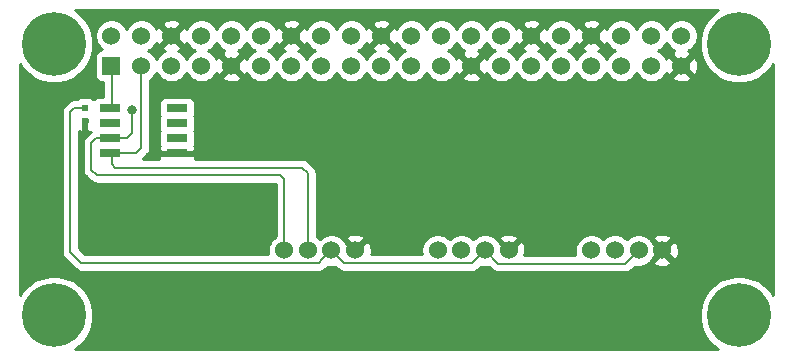
<source format=gbl>
G04 #@! TF.GenerationSoftware,KiCad,Pcbnew,(5.1.2-1)-1*
G04 #@! TF.CreationDate,2019-06-23T18:06:27+09:00*
G04 #@! TF.ProjectId,NervesAddonBoard,4e657276-6573-4416-9464-6f6e426f6172,rev?*
G04 #@! TF.SameCoordinates,Original*
G04 #@! TF.FileFunction,Copper,L2,Bot*
G04 #@! TF.FilePolarity,Positive*
%FSLAX46Y46*%
G04 Gerber Fmt 4.6, Leading zero omitted, Abs format (unit mm)*
G04 Created by KiCad (PCBNEW (5.1.2-1)-1) date 2019-06-23 18:06:27*
%MOMM*%
%LPD*%
G04 APERTURE LIST*
%ADD10R,1.800000X0.650000*%
%ADD11C,5.400000*%
%ADD12R,1.524000X1.524000*%
%ADD13C,1.524000*%
%ADD14R,0.500000X0.600000*%
%ADD15C,0.800000*%
%ADD16C,0.200000*%
%ADD17C,0.254000*%
G04 APERTURE END LIST*
D10*
X28225000Y-28945000D03*
X28225000Y-30215000D03*
X28225000Y-31485000D03*
X28225000Y-32755000D03*
X33925000Y-32755000D03*
X33925000Y-31485000D03*
X33925000Y-30215000D03*
X33925000Y-28945000D03*
D11*
X81500000Y-23500000D03*
X81500000Y-46500000D03*
X23500000Y-46500000D03*
X23500000Y-23500000D03*
D12*
X28370000Y-25370000D03*
D13*
X28370000Y-22830000D03*
X30910000Y-25370000D03*
X30910000Y-22830000D03*
X33450000Y-25370000D03*
X33450000Y-22830000D03*
X35990000Y-25370000D03*
X35990000Y-22830000D03*
X38530000Y-25370000D03*
X38530000Y-22830000D03*
X41070000Y-25370000D03*
X41070000Y-22830000D03*
X43610000Y-25370000D03*
X43610000Y-22830000D03*
X46150000Y-25370000D03*
X46150000Y-22830000D03*
X48690000Y-25370000D03*
X48690000Y-22830000D03*
X51230000Y-25370000D03*
X51230000Y-22830000D03*
X53770000Y-25370000D03*
X53770000Y-22830000D03*
X56310000Y-25370000D03*
X56310000Y-22830000D03*
X58850000Y-25370000D03*
X58850000Y-22830000D03*
X61390000Y-25370000D03*
X61390000Y-22830000D03*
X63930000Y-25370000D03*
X63930000Y-22830000D03*
X66470000Y-25370000D03*
X66470000Y-22830000D03*
X69010000Y-25370000D03*
X69010000Y-22830000D03*
X71550000Y-25370000D03*
X71550000Y-22830000D03*
X74090000Y-25370000D03*
X74090000Y-22830000D03*
X76630000Y-25370000D03*
X76630000Y-22830000D03*
D14*
X26125000Y-30040000D03*
X26125000Y-28940000D03*
D13*
X49000000Y-41000000D03*
X47000000Y-41000000D03*
X45000000Y-41000000D03*
X43000000Y-41000000D03*
X62000000Y-41000000D03*
X60000000Y-41000000D03*
X58000000Y-41000000D03*
X56000000Y-41000000D03*
X69000000Y-41000000D03*
X71000000Y-41000000D03*
X73000000Y-41000000D03*
X75000000Y-41000000D03*
D15*
X27000000Y-36500000D03*
X30000000Y-36500000D03*
X33000000Y-36500000D03*
X36000000Y-36500000D03*
X39000000Y-36500000D03*
X27000000Y-39500000D03*
X30000000Y-39500000D03*
X33000000Y-39500000D03*
X36000000Y-39500000D03*
X39000000Y-39500000D03*
X37500000Y-29500000D03*
X40500000Y-29500000D03*
X43500000Y-29500000D03*
X46500000Y-29500000D03*
X49500000Y-29500000D03*
X37500000Y-32500000D03*
X40500000Y-32500000D03*
X43500000Y-32500000D03*
X46500000Y-32500000D03*
X49500000Y-32500000D03*
X27000000Y-45000000D03*
X30000000Y-45000000D03*
X33000000Y-45000000D03*
X36000000Y-45000000D03*
X39000000Y-45000000D03*
X27000000Y-48000000D03*
X30000000Y-48000000D03*
X33000000Y-48000000D03*
X36000000Y-48000000D03*
X39000000Y-48000000D03*
X59500000Y-29500000D03*
X62500000Y-29500000D03*
X65500000Y-29500000D03*
X68500000Y-29500000D03*
X71500000Y-29500000D03*
X59500000Y-32500000D03*
X62500000Y-32500000D03*
X65500000Y-32500000D03*
X68500000Y-32500000D03*
X71500000Y-32500000D03*
X30130000Y-29120000D03*
D16*
X28375000Y-25375000D02*
X28370000Y-25370000D01*
X26125000Y-28940000D02*
X25230000Y-28940000D01*
X25230000Y-28940000D02*
X24880000Y-29290000D01*
X24880000Y-29290000D02*
X24880000Y-41110000D01*
X46238001Y-41761999D02*
X47000000Y-41000000D01*
X45937999Y-42062001D02*
X46238001Y-41761999D01*
X25832001Y-42062001D02*
X45937999Y-42062001D01*
X24880000Y-41110000D02*
X25832001Y-42062001D01*
X58937999Y-42062001D02*
X59238001Y-41761999D01*
X59238001Y-41761999D02*
X60000000Y-41000000D01*
X48062001Y-42062001D02*
X58937999Y-42062001D01*
X47000000Y-41000000D02*
X48062001Y-42062001D01*
X72238001Y-41761999D02*
X73000000Y-41000000D01*
X71870000Y-42130000D02*
X72238001Y-41761999D01*
X61130000Y-42130000D02*
X71870000Y-42130000D01*
X60000000Y-41000000D02*
X61130000Y-42130000D01*
X28375000Y-28945000D02*
X28375000Y-25375000D01*
X29325000Y-31485000D02*
X29330000Y-31490000D01*
X28375000Y-31485000D02*
X29325000Y-31485000D01*
X29330000Y-31490000D02*
X29670000Y-31490000D01*
X29670000Y-31490000D02*
X30130000Y-31030000D01*
X30130000Y-31030000D02*
X30130000Y-29120000D01*
X27950000Y-31485000D02*
X27945000Y-31490000D01*
X28375000Y-31485000D02*
X27950000Y-31485000D01*
X27945000Y-31490000D02*
X27080000Y-31490000D01*
X27080000Y-31490000D02*
X26680000Y-31890000D01*
X26680000Y-31890000D02*
X26680000Y-34160000D01*
X26680000Y-34160000D02*
X27120000Y-34600000D01*
X27120000Y-34600000D02*
X42670000Y-34600000D01*
X43000000Y-34930000D02*
X43000000Y-41000000D01*
X42670000Y-34600000D02*
X43000000Y-34930000D01*
X29325000Y-32755000D02*
X29330000Y-32760000D01*
X28375000Y-32755000D02*
X29325000Y-32755000D01*
X29330000Y-32760000D02*
X30470000Y-32760000D01*
X30910000Y-32320000D02*
X30910000Y-25370000D01*
X30470000Y-32760000D02*
X30910000Y-32320000D01*
X28375000Y-33280000D02*
X28380000Y-33285000D01*
X28375000Y-32755000D02*
X28375000Y-33280000D01*
X28380000Y-33285000D02*
X28380000Y-33660000D01*
X28380000Y-33660000D02*
X28700000Y-33980000D01*
X28700000Y-33980000D02*
X44520000Y-33980000D01*
X45000000Y-34460000D02*
X45000000Y-41000000D01*
X44520000Y-33980000D02*
X45000000Y-34460000D01*
D17*
G36*
X79374061Y-20909536D02*
G01*
X78909536Y-21374061D01*
X78544561Y-21920285D01*
X78293162Y-22527216D01*
X78165000Y-23171531D01*
X78165000Y-23828469D01*
X78293162Y-24472784D01*
X78544561Y-25079715D01*
X78909536Y-25625939D01*
X79374061Y-26090464D01*
X79920285Y-26455439D01*
X80527216Y-26706838D01*
X81171531Y-26835000D01*
X81828469Y-26835000D01*
X82472784Y-26706838D01*
X83079715Y-26455439D01*
X83625939Y-26090464D01*
X84090464Y-25625939D01*
X84340001Y-25252480D01*
X84340000Y-44747518D01*
X84090464Y-44374061D01*
X83625939Y-43909536D01*
X83079715Y-43544561D01*
X82472784Y-43293162D01*
X81828469Y-43165000D01*
X81171531Y-43165000D01*
X80527216Y-43293162D01*
X79920285Y-43544561D01*
X79374061Y-43909536D01*
X78909536Y-44374061D01*
X78544561Y-44920285D01*
X78293162Y-45527216D01*
X78165000Y-46171531D01*
X78165000Y-46828469D01*
X78293162Y-47472784D01*
X78544561Y-48079715D01*
X78909536Y-48625939D01*
X79374061Y-49090464D01*
X79747518Y-49340000D01*
X25252482Y-49340000D01*
X25625939Y-49090464D01*
X26090464Y-48625939D01*
X26455439Y-48079715D01*
X26706838Y-47472784D01*
X26835000Y-46828469D01*
X26835000Y-46171531D01*
X26706838Y-45527216D01*
X26455439Y-44920285D01*
X26090464Y-44374061D01*
X25625939Y-43909536D01*
X25079715Y-43544561D01*
X24472784Y-43293162D01*
X23828469Y-43165000D01*
X23171531Y-43165000D01*
X22527216Y-43293162D01*
X21920285Y-43544561D01*
X21374061Y-43909536D01*
X20909536Y-44374061D01*
X20660000Y-44747518D01*
X20660000Y-29290000D01*
X24141444Y-29290000D01*
X24145000Y-29326105D01*
X24145001Y-41073885D01*
X24141444Y-41110000D01*
X24155635Y-41254085D01*
X24185241Y-41351680D01*
X24197664Y-41392633D01*
X24265914Y-41520320D01*
X24357763Y-41632238D01*
X24385808Y-41655254D01*
X25286747Y-42556194D01*
X25309763Y-42584239D01*
X25337807Y-42607254D01*
X25421681Y-42676088D01*
X25549367Y-42744338D01*
X25687916Y-42786366D01*
X25832001Y-42800557D01*
X25868106Y-42797001D01*
X45901894Y-42797001D01*
X45937999Y-42800557D01*
X45974104Y-42797001D01*
X46082084Y-42786366D01*
X46220632Y-42744338D01*
X46348319Y-42676088D01*
X46460237Y-42584239D01*
X46483258Y-42556188D01*
X46678940Y-42360506D01*
X46862408Y-42397000D01*
X47137592Y-42397000D01*
X47321059Y-42360506D01*
X47516747Y-42556194D01*
X47539763Y-42584239D01*
X47651681Y-42676088D01*
X47779368Y-42744338D01*
X47917916Y-42786366D01*
X48025896Y-42797001D01*
X48025905Y-42797001D01*
X48062000Y-42800556D01*
X48098095Y-42797001D01*
X58901894Y-42797001D01*
X58937999Y-42800557D01*
X58974104Y-42797001D01*
X59082084Y-42786366D01*
X59220632Y-42744338D01*
X59348319Y-42676088D01*
X59460237Y-42584239D01*
X59483258Y-42556188D01*
X59678940Y-42360506D01*
X59862408Y-42397000D01*
X60137592Y-42397000D01*
X60321059Y-42360506D01*
X60584746Y-42624193D01*
X60607762Y-42652238D01*
X60719680Y-42744087D01*
X60847367Y-42812337D01*
X60985915Y-42854365D01*
X61093895Y-42865000D01*
X61093904Y-42865000D01*
X61129999Y-42868555D01*
X61166094Y-42865000D01*
X71833895Y-42865000D01*
X71870000Y-42868556D01*
X71906105Y-42865000D01*
X72014085Y-42854365D01*
X72152633Y-42812337D01*
X72280320Y-42744087D01*
X72392238Y-42652238D01*
X72415259Y-42624187D01*
X72678940Y-42360506D01*
X72862408Y-42397000D01*
X73137592Y-42397000D01*
X73407490Y-42343314D01*
X73661727Y-42238005D01*
X73890535Y-42085120D01*
X74010090Y-41965565D01*
X74214040Y-41965565D01*
X74281020Y-42205656D01*
X74530048Y-42322756D01*
X74797135Y-42389023D01*
X75072017Y-42401910D01*
X75344133Y-42360922D01*
X75603023Y-42267636D01*
X75718980Y-42205656D01*
X75785960Y-41965565D01*
X75000000Y-41179605D01*
X74214040Y-41965565D01*
X74010090Y-41965565D01*
X74085120Y-41890535D01*
X74238005Y-41661727D01*
X74294105Y-41526290D01*
X74820395Y-41000000D01*
X75179605Y-41000000D01*
X75965565Y-41785960D01*
X76205656Y-41718980D01*
X76322756Y-41469952D01*
X76389023Y-41202865D01*
X76401910Y-40927983D01*
X76360922Y-40655867D01*
X76267636Y-40396977D01*
X76205656Y-40281020D01*
X75965565Y-40214040D01*
X75179605Y-41000000D01*
X74820395Y-41000000D01*
X74294105Y-40473710D01*
X74238005Y-40338273D01*
X74085120Y-40109465D01*
X74010090Y-40034435D01*
X74214040Y-40034435D01*
X75000000Y-40820395D01*
X75785960Y-40034435D01*
X75718980Y-39794344D01*
X75469952Y-39677244D01*
X75202865Y-39610977D01*
X74927983Y-39598090D01*
X74655867Y-39639078D01*
X74396977Y-39732364D01*
X74281020Y-39794344D01*
X74214040Y-40034435D01*
X74010090Y-40034435D01*
X73890535Y-39914880D01*
X73661727Y-39761995D01*
X73407490Y-39656686D01*
X73137592Y-39603000D01*
X72862408Y-39603000D01*
X72592510Y-39656686D01*
X72338273Y-39761995D01*
X72109465Y-39914880D01*
X72000000Y-40024345D01*
X71890535Y-39914880D01*
X71661727Y-39761995D01*
X71407490Y-39656686D01*
X71137592Y-39603000D01*
X70862408Y-39603000D01*
X70592510Y-39656686D01*
X70338273Y-39761995D01*
X70109465Y-39914880D01*
X70000000Y-40024345D01*
X69890535Y-39914880D01*
X69661727Y-39761995D01*
X69407490Y-39656686D01*
X69137592Y-39603000D01*
X68862408Y-39603000D01*
X68592510Y-39656686D01*
X68338273Y-39761995D01*
X68109465Y-39914880D01*
X67914880Y-40109465D01*
X67761995Y-40338273D01*
X67656686Y-40592510D01*
X67603000Y-40862408D01*
X67603000Y-41137592D01*
X67654202Y-41395000D01*
X63341352Y-41395000D01*
X63389023Y-41202865D01*
X63401910Y-40927983D01*
X63360922Y-40655867D01*
X63267636Y-40396977D01*
X63205656Y-40281020D01*
X62965565Y-40214040D01*
X62179605Y-41000000D01*
X62193748Y-41014143D01*
X62014143Y-41193748D01*
X62000000Y-41179605D01*
X61985858Y-41193748D01*
X61806253Y-41014143D01*
X61820395Y-41000000D01*
X61294105Y-40473710D01*
X61238005Y-40338273D01*
X61085120Y-40109465D01*
X61010090Y-40034435D01*
X61214040Y-40034435D01*
X62000000Y-40820395D01*
X62785960Y-40034435D01*
X62718980Y-39794344D01*
X62469952Y-39677244D01*
X62202865Y-39610977D01*
X61927983Y-39598090D01*
X61655867Y-39639078D01*
X61396977Y-39732364D01*
X61281020Y-39794344D01*
X61214040Y-40034435D01*
X61010090Y-40034435D01*
X60890535Y-39914880D01*
X60661727Y-39761995D01*
X60407490Y-39656686D01*
X60137592Y-39603000D01*
X59862408Y-39603000D01*
X59592510Y-39656686D01*
X59338273Y-39761995D01*
X59109465Y-39914880D01*
X59000000Y-40024345D01*
X58890535Y-39914880D01*
X58661727Y-39761995D01*
X58407490Y-39656686D01*
X58137592Y-39603000D01*
X57862408Y-39603000D01*
X57592510Y-39656686D01*
X57338273Y-39761995D01*
X57109465Y-39914880D01*
X57000000Y-40024345D01*
X56890535Y-39914880D01*
X56661727Y-39761995D01*
X56407490Y-39656686D01*
X56137592Y-39603000D01*
X55862408Y-39603000D01*
X55592510Y-39656686D01*
X55338273Y-39761995D01*
X55109465Y-39914880D01*
X54914880Y-40109465D01*
X54761995Y-40338273D01*
X54656686Y-40592510D01*
X54603000Y-40862408D01*
X54603000Y-41137592D01*
X54640676Y-41327001D01*
X50358224Y-41327001D01*
X50389023Y-41202865D01*
X50401910Y-40927983D01*
X50360922Y-40655867D01*
X50267636Y-40396977D01*
X50205656Y-40281020D01*
X49965565Y-40214040D01*
X49179605Y-41000000D01*
X49193748Y-41014143D01*
X49014143Y-41193748D01*
X49000000Y-41179605D01*
X48985858Y-41193748D01*
X48806253Y-41014143D01*
X48820395Y-41000000D01*
X48294105Y-40473710D01*
X48238005Y-40338273D01*
X48085120Y-40109465D01*
X48010090Y-40034435D01*
X48214040Y-40034435D01*
X49000000Y-40820395D01*
X49785960Y-40034435D01*
X49718980Y-39794344D01*
X49469952Y-39677244D01*
X49202865Y-39610977D01*
X48927983Y-39598090D01*
X48655867Y-39639078D01*
X48396977Y-39732364D01*
X48281020Y-39794344D01*
X48214040Y-40034435D01*
X48010090Y-40034435D01*
X47890535Y-39914880D01*
X47661727Y-39761995D01*
X47407490Y-39656686D01*
X47137592Y-39603000D01*
X46862408Y-39603000D01*
X46592510Y-39656686D01*
X46338273Y-39761995D01*
X46109465Y-39914880D01*
X46000000Y-40024345D01*
X45890535Y-39914880D01*
X45735000Y-39810955D01*
X45735000Y-34496105D01*
X45738556Y-34460000D01*
X45724365Y-34315915D01*
X45682337Y-34177366D01*
X45614087Y-34049680D01*
X45545253Y-33965807D01*
X45522237Y-33937762D01*
X45494192Y-33914746D01*
X45065259Y-33485813D01*
X45042238Y-33457762D01*
X44930320Y-33365913D01*
X44802633Y-33297663D01*
X44664085Y-33255635D01*
X44556105Y-33245000D01*
X44520000Y-33241444D01*
X44483895Y-33245000D01*
X35438521Y-33245000D01*
X35450812Y-33204482D01*
X35463072Y-33080000D01*
X35460000Y-33040750D01*
X35301250Y-32882000D01*
X34052000Y-32882000D01*
X34052000Y-32902000D01*
X33798000Y-32902000D01*
X33798000Y-32882000D01*
X32548750Y-32882000D01*
X32390000Y-33040750D01*
X32386928Y-33080000D01*
X32399188Y-33204482D01*
X32411479Y-33245000D01*
X31024446Y-33245000D01*
X31404192Y-32865254D01*
X31432237Y-32842238D01*
X31524087Y-32730320D01*
X31592337Y-32602633D01*
X31630336Y-32477367D01*
X31634365Y-32464086D01*
X31648556Y-32320000D01*
X31645000Y-32283895D01*
X31645000Y-28620000D01*
X32386928Y-28620000D01*
X32386928Y-29270000D01*
X32399188Y-29394482D01*
X32435498Y-29514180D01*
X32470680Y-29580000D01*
X32435498Y-29645820D01*
X32399188Y-29765518D01*
X32386928Y-29890000D01*
X32386928Y-30540000D01*
X32399188Y-30664482D01*
X32435498Y-30784180D01*
X32470680Y-30850000D01*
X32435498Y-30915820D01*
X32399188Y-31035518D01*
X32386928Y-31160000D01*
X32386928Y-31810000D01*
X32399188Y-31934482D01*
X32435498Y-32054180D01*
X32470680Y-32120000D01*
X32435498Y-32185820D01*
X32399188Y-32305518D01*
X32386928Y-32430000D01*
X32390000Y-32469250D01*
X32548750Y-32628000D01*
X33798000Y-32628000D01*
X33798000Y-32608000D01*
X34052000Y-32608000D01*
X34052000Y-32628000D01*
X35301250Y-32628000D01*
X35460000Y-32469250D01*
X35463072Y-32430000D01*
X35450812Y-32305518D01*
X35414502Y-32185820D01*
X35379320Y-32120000D01*
X35414502Y-32054180D01*
X35450812Y-31934482D01*
X35463072Y-31810000D01*
X35463072Y-31160000D01*
X35450812Y-31035518D01*
X35414502Y-30915820D01*
X35379320Y-30850000D01*
X35414502Y-30784180D01*
X35450812Y-30664482D01*
X35463072Y-30540000D01*
X35463072Y-29890000D01*
X35450812Y-29765518D01*
X35414502Y-29645820D01*
X35379320Y-29580000D01*
X35414502Y-29514180D01*
X35450812Y-29394482D01*
X35463072Y-29270000D01*
X35463072Y-28620000D01*
X35450812Y-28495518D01*
X35414502Y-28375820D01*
X35355537Y-28265506D01*
X35276185Y-28168815D01*
X35179494Y-28089463D01*
X35069180Y-28030498D01*
X34949482Y-27994188D01*
X34825000Y-27981928D01*
X33025000Y-27981928D01*
X32900518Y-27994188D01*
X32780820Y-28030498D01*
X32670506Y-28089463D01*
X32573815Y-28168815D01*
X32494463Y-28265506D01*
X32435498Y-28375820D01*
X32399188Y-28495518D01*
X32386928Y-28620000D01*
X31645000Y-28620000D01*
X31645000Y-26559045D01*
X31800535Y-26455120D01*
X31995120Y-26260535D01*
X32148005Y-26031727D01*
X32180000Y-25954485D01*
X32211995Y-26031727D01*
X32364880Y-26260535D01*
X32559465Y-26455120D01*
X32788273Y-26608005D01*
X33042510Y-26713314D01*
X33312408Y-26767000D01*
X33587592Y-26767000D01*
X33857490Y-26713314D01*
X34111727Y-26608005D01*
X34340535Y-26455120D01*
X34535120Y-26260535D01*
X34688005Y-26031727D01*
X34720000Y-25954485D01*
X34751995Y-26031727D01*
X34904880Y-26260535D01*
X35099465Y-26455120D01*
X35328273Y-26608005D01*
X35582510Y-26713314D01*
X35852408Y-26767000D01*
X36127592Y-26767000D01*
X36397490Y-26713314D01*
X36651727Y-26608005D01*
X36880535Y-26455120D01*
X37000090Y-26335565D01*
X37744040Y-26335565D01*
X37811020Y-26575656D01*
X38060048Y-26692756D01*
X38327135Y-26759023D01*
X38602017Y-26771910D01*
X38874133Y-26730922D01*
X39133023Y-26637636D01*
X39248980Y-26575656D01*
X39315960Y-26335565D01*
X38530000Y-25549605D01*
X37744040Y-26335565D01*
X37000090Y-26335565D01*
X37075120Y-26260535D01*
X37228005Y-26031727D01*
X37257692Y-25960057D01*
X37262364Y-25973023D01*
X37324344Y-26088980D01*
X37564435Y-26155960D01*
X38350395Y-25370000D01*
X37564435Y-24584040D01*
X37324344Y-24651020D01*
X37260515Y-24786760D01*
X37228005Y-24708273D01*
X37075120Y-24479465D01*
X36880535Y-24284880D01*
X36651727Y-24131995D01*
X36574485Y-24100000D01*
X36651727Y-24068005D01*
X36880535Y-23915120D01*
X37075120Y-23720535D01*
X37228005Y-23491727D01*
X37260000Y-23414485D01*
X37291995Y-23491727D01*
X37444880Y-23720535D01*
X37639465Y-23915120D01*
X37868273Y-24068005D01*
X37939943Y-24097692D01*
X37926977Y-24102364D01*
X37811020Y-24164344D01*
X37744040Y-24404435D01*
X38530000Y-25190395D01*
X39315960Y-24404435D01*
X39248980Y-24164344D01*
X39113240Y-24100515D01*
X39191727Y-24068005D01*
X39420535Y-23915120D01*
X39615120Y-23720535D01*
X39768005Y-23491727D01*
X39800000Y-23414485D01*
X39831995Y-23491727D01*
X39984880Y-23720535D01*
X40179465Y-23915120D01*
X40408273Y-24068005D01*
X40485515Y-24100000D01*
X40408273Y-24131995D01*
X40179465Y-24284880D01*
X39984880Y-24479465D01*
X39831995Y-24708273D01*
X39802308Y-24779943D01*
X39797636Y-24766977D01*
X39735656Y-24651020D01*
X39495565Y-24584040D01*
X38709605Y-25370000D01*
X39495565Y-26155960D01*
X39735656Y-26088980D01*
X39799485Y-25953240D01*
X39831995Y-26031727D01*
X39984880Y-26260535D01*
X40179465Y-26455120D01*
X40408273Y-26608005D01*
X40662510Y-26713314D01*
X40932408Y-26767000D01*
X41207592Y-26767000D01*
X41477490Y-26713314D01*
X41731727Y-26608005D01*
X41960535Y-26455120D01*
X42155120Y-26260535D01*
X42308005Y-26031727D01*
X42340000Y-25954485D01*
X42371995Y-26031727D01*
X42524880Y-26260535D01*
X42719465Y-26455120D01*
X42948273Y-26608005D01*
X43202510Y-26713314D01*
X43472408Y-26767000D01*
X43747592Y-26767000D01*
X44017490Y-26713314D01*
X44271727Y-26608005D01*
X44500535Y-26455120D01*
X44695120Y-26260535D01*
X44848005Y-26031727D01*
X44880000Y-25954485D01*
X44911995Y-26031727D01*
X45064880Y-26260535D01*
X45259465Y-26455120D01*
X45488273Y-26608005D01*
X45742510Y-26713314D01*
X46012408Y-26767000D01*
X46287592Y-26767000D01*
X46557490Y-26713314D01*
X46811727Y-26608005D01*
X47040535Y-26455120D01*
X47235120Y-26260535D01*
X47388005Y-26031727D01*
X47420000Y-25954485D01*
X47451995Y-26031727D01*
X47604880Y-26260535D01*
X47799465Y-26455120D01*
X48028273Y-26608005D01*
X48282510Y-26713314D01*
X48552408Y-26767000D01*
X48827592Y-26767000D01*
X49097490Y-26713314D01*
X49351727Y-26608005D01*
X49580535Y-26455120D01*
X49775120Y-26260535D01*
X49928005Y-26031727D01*
X49960000Y-25954485D01*
X49991995Y-26031727D01*
X50144880Y-26260535D01*
X50339465Y-26455120D01*
X50568273Y-26608005D01*
X50822510Y-26713314D01*
X51092408Y-26767000D01*
X51367592Y-26767000D01*
X51637490Y-26713314D01*
X51891727Y-26608005D01*
X52120535Y-26455120D01*
X52315120Y-26260535D01*
X52468005Y-26031727D01*
X52500000Y-25954485D01*
X52531995Y-26031727D01*
X52684880Y-26260535D01*
X52879465Y-26455120D01*
X53108273Y-26608005D01*
X53362510Y-26713314D01*
X53632408Y-26767000D01*
X53907592Y-26767000D01*
X54177490Y-26713314D01*
X54431727Y-26608005D01*
X54660535Y-26455120D01*
X54855120Y-26260535D01*
X55008005Y-26031727D01*
X55040000Y-25954485D01*
X55071995Y-26031727D01*
X55224880Y-26260535D01*
X55419465Y-26455120D01*
X55648273Y-26608005D01*
X55902510Y-26713314D01*
X56172408Y-26767000D01*
X56447592Y-26767000D01*
X56717490Y-26713314D01*
X56971727Y-26608005D01*
X57200535Y-26455120D01*
X57320090Y-26335565D01*
X58064040Y-26335565D01*
X58131020Y-26575656D01*
X58380048Y-26692756D01*
X58647135Y-26759023D01*
X58922017Y-26771910D01*
X59194133Y-26730922D01*
X59453023Y-26637636D01*
X59568980Y-26575656D01*
X59635960Y-26335565D01*
X58850000Y-25549605D01*
X58064040Y-26335565D01*
X57320090Y-26335565D01*
X57395120Y-26260535D01*
X57548005Y-26031727D01*
X57577692Y-25960057D01*
X57582364Y-25973023D01*
X57644344Y-26088980D01*
X57884435Y-26155960D01*
X58670395Y-25370000D01*
X57884435Y-24584040D01*
X57644344Y-24651020D01*
X57580515Y-24786760D01*
X57548005Y-24708273D01*
X57395120Y-24479465D01*
X57200535Y-24284880D01*
X56971727Y-24131995D01*
X56894485Y-24100000D01*
X56971727Y-24068005D01*
X57200535Y-23915120D01*
X57395120Y-23720535D01*
X57548005Y-23491727D01*
X57580000Y-23414485D01*
X57611995Y-23491727D01*
X57764880Y-23720535D01*
X57959465Y-23915120D01*
X58188273Y-24068005D01*
X58259943Y-24097692D01*
X58246977Y-24102364D01*
X58131020Y-24164344D01*
X58064040Y-24404435D01*
X58850000Y-25190395D01*
X59635960Y-24404435D01*
X59568980Y-24164344D01*
X59433240Y-24100515D01*
X59511727Y-24068005D01*
X59740535Y-23915120D01*
X59935120Y-23720535D01*
X60088005Y-23491727D01*
X60120000Y-23414485D01*
X60151995Y-23491727D01*
X60304880Y-23720535D01*
X60499465Y-23915120D01*
X60728273Y-24068005D01*
X60805515Y-24100000D01*
X60728273Y-24131995D01*
X60499465Y-24284880D01*
X60304880Y-24479465D01*
X60151995Y-24708273D01*
X60122308Y-24779943D01*
X60117636Y-24766977D01*
X60055656Y-24651020D01*
X59815565Y-24584040D01*
X59029605Y-25370000D01*
X59815565Y-26155960D01*
X60055656Y-26088980D01*
X60119485Y-25953240D01*
X60151995Y-26031727D01*
X60304880Y-26260535D01*
X60499465Y-26455120D01*
X60728273Y-26608005D01*
X60982510Y-26713314D01*
X61252408Y-26767000D01*
X61527592Y-26767000D01*
X61797490Y-26713314D01*
X62051727Y-26608005D01*
X62280535Y-26455120D01*
X62475120Y-26260535D01*
X62628005Y-26031727D01*
X62660000Y-25954485D01*
X62691995Y-26031727D01*
X62844880Y-26260535D01*
X63039465Y-26455120D01*
X63268273Y-26608005D01*
X63522510Y-26713314D01*
X63792408Y-26767000D01*
X64067592Y-26767000D01*
X64337490Y-26713314D01*
X64591727Y-26608005D01*
X64820535Y-26455120D01*
X65015120Y-26260535D01*
X65168005Y-26031727D01*
X65200000Y-25954485D01*
X65231995Y-26031727D01*
X65384880Y-26260535D01*
X65579465Y-26455120D01*
X65808273Y-26608005D01*
X66062510Y-26713314D01*
X66332408Y-26767000D01*
X66607592Y-26767000D01*
X66877490Y-26713314D01*
X67131727Y-26608005D01*
X67360535Y-26455120D01*
X67555120Y-26260535D01*
X67708005Y-26031727D01*
X67740000Y-25954485D01*
X67771995Y-26031727D01*
X67924880Y-26260535D01*
X68119465Y-26455120D01*
X68348273Y-26608005D01*
X68602510Y-26713314D01*
X68872408Y-26767000D01*
X69147592Y-26767000D01*
X69417490Y-26713314D01*
X69671727Y-26608005D01*
X69900535Y-26455120D01*
X70095120Y-26260535D01*
X70248005Y-26031727D01*
X70280000Y-25954485D01*
X70311995Y-26031727D01*
X70464880Y-26260535D01*
X70659465Y-26455120D01*
X70888273Y-26608005D01*
X71142510Y-26713314D01*
X71412408Y-26767000D01*
X71687592Y-26767000D01*
X71957490Y-26713314D01*
X72211727Y-26608005D01*
X72440535Y-26455120D01*
X72635120Y-26260535D01*
X72788005Y-26031727D01*
X72820000Y-25954485D01*
X72851995Y-26031727D01*
X73004880Y-26260535D01*
X73199465Y-26455120D01*
X73428273Y-26608005D01*
X73682510Y-26713314D01*
X73952408Y-26767000D01*
X74227592Y-26767000D01*
X74497490Y-26713314D01*
X74751727Y-26608005D01*
X74980535Y-26455120D01*
X75100090Y-26335565D01*
X75844040Y-26335565D01*
X75911020Y-26575656D01*
X76160048Y-26692756D01*
X76427135Y-26759023D01*
X76702017Y-26771910D01*
X76974133Y-26730922D01*
X77233023Y-26637636D01*
X77348980Y-26575656D01*
X77415960Y-26335565D01*
X76630000Y-25549605D01*
X75844040Y-26335565D01*
X75100090Y-26335565D01*
X75175120Y-26260535D01*
X75328005Y-26031727D01*
X75357692Y-25960057D01*
X75362364Y-25973023D01*
X75424344Y-26088980D01*
X75664435Y-26155960D01*
X76450395Y-25370000D01*
X76809605Y-25370000D01*
X77595565Y-26155960D01*
X77835656Y-26088980D01*
X77952756Y-25839952D01*
X78019023Y-25572865D01*
X78031910Y-25297983D01*
X77990922Y-25025867D01*
X77897636Y-24766977D01*
X77835656Y-24651020D01*
X77595565Y-24584040D01*
X76809605Y-25370000D01*
X76450395Y-25370000D01*
X75664435Y-24584040D01*
X75424344Y-24651020D01*
X75360515Y-24786760D01*
X75328005Y-24708273D01*
X75175120Y-24479465D01*
X74980535Y-24284880D01*
X74751727Y-24131995D01*
X74674485Y-24100000D01*
X74751727Y-24068005D01*
X74980535Y-23915120D01*
X75175120Y-23720535D01*
X75328005Y-23491727D01*
X75360000Y-23414485D01*
X75391995Y-23491727D01*
X75544880Y-23720535D01*
X75739465Y-23915120D01*
X75968273Y-24068005D01*
X76039943Y-24097692D01*
X76026977Y-24102364D01*
X75911020Y-24164344D01*
X75844040Y-24404435D01*
X76630000Y-25190395D01*
X77415960Y-24404435D01*
X77348980Y-24164344D01*
X77213240Y-24100515D01*
X77291727Y-24068005D01*
X77520535Y-23915120D01*
X77715120Y-23720535D01*
X77868005Y-23491727D01*
X77973314Y-23237490D01*
X78027000Y-22967592D01*
X78027000Y-22692408D01*
X77973314Y-22422510D01*
X77868005Y-22168273D01*
X77715120Y-21939465D01*
X77520535Y-21744880D01*
X77291727Y-21591995D01*
X77037490Y-21486686D01*
X76767592Y-21433000D01*
X76492408Y-21433000D01*
X76222510Y-21486686D01*
X75968273Y-21591995D01*
X75739465Y-21744880D01*
X75544880Y-21939465D01*
X75391995Y-22168273D01*
X75360000Y-22245515D01*
X75328005Y-22168273D01*
X75175120Y-21939465D01*
X74980535Y-21744880D01*
X74751727Y-21591995D01*
X74497490Y-21486686D01*
X74227592Y-21433000D01*
X73952408Y-21433000D01*
X73682510Y-21486686D01*
X73428273Y-21591995D01*
X73199465Y-21744880D01*
X73004880Y-21939465D01*
X72851995Y-22168273D01*
X72820000Y-22245515D01*
X72788005Y-22168273D01*
X72635120Y-21939465D01*
X72440535Y-21744880D01*
X72211727Y-21591995D01*
X71957490Y-21486686D01*
X71687592Y-21433000D01*
X71412408Y-21433000D01*
X71142510Y-21486686D01*
X70888273Y-21591995D01*
X70659465Y-21744880D01*
X70464880Y-21939465D01*
X70311995Y-22168273D01*
X70282308Y-22239943D01*
X70277636Y-22226977D01*
X70215656Y-22111020D01*
X69975565Y-22044040D01*
X69189605Y-22830000D01*
X69975565Y-23615960D01*
X70215656Y-23548980D01*
X70279485Y-23413240D01*
X70311995Y-23491727D01*
X70464880Y-23720535D01*
X70659465Y-23915120D01*
X70888273Y-24068005D01*
X70965515Y-24100000D01*
X70888273Y-24131995D01*
X70659465Y-24284880D01*
X70464880Y-24479465D01*
X70311995Y-24708273D01*
X70280000Y-24785515D01*
X70248005Y-24708273D01*
X70095120Y-24479465D01*
X69900535Y-24284880D01*
X69671727Y-24131995D01*
X69600057Y-24102308D01*
X69613023Y-24097636D01*
X69728980Y-24035656D01*
X69795960Y-23795565D01*
X69010000Y-23009605D01*
X68224040Y-23795565D01*
X68291020Y-24035656D01*
X68426760Y-24099485D01*
X68348273Y-24131995D01*
X68119465Y-24284880D01*
X67924880Y-24479465D01*
X67771995Y-24708273D01*
X67740000Y-24785515D01*
X67708005Y-24708273D01*
X67555120Y-24479465D01*
X67360535Y-24284880D01*
X67131727Y-24131995D01*
X67054485Y-24100000D01*
X67131727Y-24068005D01*
X67360535Y-23915120D01*
X67555120Y-23720535D01*
X67708005Y-23491727D01*
X67737692Y-23420057D01*
X67742364Y-23433023D01*
X67804344Y-23548980D01*
X68044435Y-23615960D01*
X68830395Y-22830000D01*
X68044435Y-22044040D01*
X67804344Y-22111020D01*
X67740515Y-22246760D01*
X67708005Y-22168273D01*
X67555120Y-21939465D01*
X67480090Y-21864435D01*
X68224040Y-21864435D01*
X69010000Y-22650395D01*
X69795960Y-21864435D01*
X69728980Y-21624344D01*
X69479952Y-21507244D01*
X69212865Y-21440977D01*
X68937983Y-21428090D01*
X68665867Y-21469078D01*
X68406977Y-21562364D01*
X68291020Y-21624344D01*
X68224040Y-21864435D01*
X67480090Y-21864435D01*
X67360535Y-21744880D01*
X67131727Y-21591995D01*
X66877490Y-21486686D01*
X66607592Y-21433000D01*
X66332408Y-21433000D01*
X66062510Y-21486686D01*
X65808273Y-21591995D01*
X65579465Y-21744880D01*
X65384880Y-21939465D01*
X65231995Y-22168273D01*
X65202308Y-22239943D01*
X65197636Y-22226977D01*
X65135656Y-22111020D01*
X64895565Y-22044040D01*
X64109605Y-22830000D01*
X64895565Y-23615960D01*
X65135656Y-23548980D01*
X65199485Y-23413240D01*
X65231995Y-23491727D01*
X65384880Y-23720535D01*
X65579465Y-23915120D01*
X65808273Y-24068005D01*
X65885515Y-24100000D01*
X65808273Y-24131995D01*
X65579465Y-24284880D01*
X65384880Y-24479465D01*
X65231995Y-24708273D01*
X65200000Y-24785515D01*
X65168005Y-24708273D01*
X65015120Y-24479465D01*
X64820535Y-24284880D01*
X64591727Y-24131995D01*
X64520057Y-24102308D01*
X64533023Y-24097636D01*
X64648980Y-24035656D01*
X64715960Y-23795565D01*
X63930000Y-23009605D01*
X63144040Y-23795565D01*
X63211020Y-24035656D01*
X63346760Y-24099485D01*
X63268273Y-24131995D01*
X63039465Y-24284880D01*
X62844880Y-24479465D01*
X62691995Y-24708273D01*
X62660000Y-24785515D01*
X62628005Y-24708273D01*
X62475120Y-24479465D01*
X62280535Y-24284880D01*
X62051727Y-24131995D01*
X61974485Y-24100000D01*
X62051727Y-24068005D01*
X62280535Y-23915120D01*
X62475120Y-23720535D01*
X62628005Y-23491727D01*
X62657692Y-23420057D01*
X62662364Y-23433023D01*
X62724344Y-23548980D01*
X62964435Y-23615960D01*
X63750395Y-22830000D01*
X62964435Y-22044040D01*
X62724344Y-22111020D01*
X62660515Y-22246760D01*
X62628005Y-22168273D01*
X62475120Y-21939465D01*
X62400090Y-21864435D01*
X63144040Y-21864435D01*
X63930000Y-22650395D01*
X64715960Y-21864435D01*
X64648980Y-21624344D01*
X64399952Y-21507244D01*
X64132865Y-21440977D01*
X63857983Y-21428090D01*
X63585867Y-21469078D01*
X63326977Y-21562364D01*
X63211020Y-21624344D01*
X63144040Y-21864435D01*
X62400090Y-21864435D01*
X62280535Y-21744880D01*
X62051727Y-21591995D01*
X61797490Y-21486686D01*
X61527592Y-21433000D01*
X61252408Y-21433000D01*
X60982510Y-21486686D01*
X60728273Y-21591995D01*
X60499465Y-21744880D01*
X60304880Y-21939465D01*
X60151995Y-22168273D01*
X60120000Y-22245515D01*
X60088005Y-22168273D01*
X59935120Y-21939465D01*
X59740535Y-21744880D01*
X59511727Y-21591995D01*
X59257490Y-21486686D01*
X58987592Y-21433000D01*
X58712408Y-21433000D01*
X58442510Y-21486686D01*
X58188273Y-21591995D01*
X57959465Y-21744880D01*
X57764880Y-21939465D01*
X57611995Y-22168273D01*
X57580000Y-22245515D01*
X57548005Y-22168273D01*
X57395120Y-21939465D01*
X57200535Y-21744880D01*
X56971727Y-21591995D01*
X56717490Y-21486686D01*
X56447592Y-21433000D01*
X56172408Y-21433000D01*
X55902510Y-21486686D01*
X55648273Y-21591995D01*
X55419465Y-21744880D01*
X55224880Y-21939465D01*
X55071995Y-22168273D01*
X55040000Y-22245515D01*
X55008005Y-22168273D01*
X54855120Y-21939465D01*
X54660535Y-21744880D01*
X54431727Y-21591995D01*
X54177490Y-21486686D01*
X53907592Y-21433000D01*
X53632408Y-21433000D01*
X53362510Y-21486686D01*
X53108273Y-21591995D01*
X52879465Y-21744880D01*
X52684880Y-21939465D01*
X52531995Y-22168273D01*
X52502308Y-22239943D01*
X52497636Y-22226977D01*
X52435656Y-22111020D01*
X52195565Y-22044040D01*
X51409605Y-22830000D01*
X52195565Y-23615960D01*
X52435656Y-23548980D01*
X52499485Y-23413240D01*
X52531995Y-23491727D01*
X52684880Y-23720535D01*
X52879465Y-23915120D01*
X53108273Y-24068005D01*
X53185515Y-24100000D01*
X53108273Y-24131995D01*
X52879465Y-24284880D01*
X52684880Y-24479465D01*
X52531995Y-24708273D01*
X52500000Y-24785515D01*
X52468005Y-24708273D01*
X52315120Y-24479465D01*
X52120535Y-24284880D01*
X51891727Y-24131995D01*
X51820057Y-24102308D01*
X51833023Y-24097636D01*
X51948980Y-24035656D01*
X52015960Y-23795565D01*
X51230000Y-23009605D01*
X50444040Y-23795565D01*
X50511020Y-24035656D01*
X50646760Y-24099485D01*
X50568273Y-24131995D01*
X50339465Y-24284880D01*
X50144880Y-24479465D01*
X49991995Y-24708273D01*
X49960000Y-24785515D01*
X49928005Y-24708273D01*
X49775120Y-24479465D01*
X49580535Y-24284880D01*
X49351727Y-24131995D01*
X49274485Y-24100000D01*
X49351727Y-24068005D01*
X49580535Y-23915120D01*
X49775120Y-23720535D01*
X49928005Y-23491727D01*
X49957692Y-23420057D01*
X49962364Y-23433023D01*
X50024344Y-23548980D01*
X50264435Y-23615960D01*
X51050395Y-22830000D01*
X50264435Y-22044040D01*
X50024344Y-22111020D01*
X49960515Y-22246760D01*
X49928005Y-22168273D01*
X49775120Y-21939465D01*
X49700090Y-21864435D01*
X50444040Y-21864435D01*
X51230000Y-22650395D01*
X52015960Y-21864435D01*
X51948980Y-21624344D01*
X51699952Y-21507244D01*
X51432865Y-21440977D01*
X51157983Y-21428090D01*
X50885867Y-21469078D01*
X50626977Y-21562364D01*
X50511020Y-21624344D01*
X50444040Y-21864435D01*
X49700090Y-21864435D01*
X49580535Y-21744880D01*
X49351727Y-21591995D01*
X49097490Y-21486686D01*
X48827592Y-21433000D01*
X48552408Y-21433000D01*
X48282510Y-21486686D01*
X48028273Y-21591995D01*
X47799465Y-21744880D01*
X47604880Y-21939465D01*
X47451995Y-22168273D01*
X47420000Y-22245515D01*
X47388005Y-22168273D01*
X47235120Y-21939465D01*
X47040535Y-21744880D01*
X46811727Y-21591995D01*
X46557490Y-21486686D01*
X46287592Y-21433000D01*
X46012408Y-21433000D01*
X45742510Y-21486686D01*
X45488273Y-21591995D01*
X45259465Y-21744880D01*
X45064880Y-21939465D01*
X44911995Y-22168273D01*
X44882308Y-22239943D01*
X44877636Y-22226977D01*
X44815656Y-22111020D01*
X44575565Y-22044040D01*
X43789605Y-22830000D01*
X44575565Y-23615960D01*
X44815656Y-23548980D01*
X44879485Y-23413240D01*
X44911995Y-23491727D01*
X45064880Y-23720535D01*
X45259465Y-23915120D01*
X45488273Y-24068005D01*
X45565515Y-24100000D01*
X45488273Y-24131995D01*
X45259465Y-24284880D01*
X45064880Y-24479465D01*
X44911995Y-24708273D01*
X44880000Y-24785515D01*
X44848005Y-24708273D01*
X44695120Y-24479465D01*
X44500535Y-24284880D01*
X44271727Y-24131995D01*
X44200057Y-24102308D01*
X44213023Y-24097636D01*
X44328980Y-24035656D01*
X44395960Y-23795565D01*
X43610000Y-23009605D01*
X42824040Y-23795565D01*
X42891020Y-24035656D01*
X43026760Y-24099485D01*
X42948273Y-24131995D01*
X42719465Y-24284880D01*
X42524880Y-24479465D01*
X42371995Y-24708273D01*
X42340000Y-24785515D01*
X42308005Y-24708273D01*
X42155120Y-24479465D01*
X41960535Y-24284880D01*
X41731727Y-24131995D01*
X41654485Y-24100000D01*
X41731727Y-24068005D01*
X41960535Y-23915120D01*
X42155120Y-23720535D01*
X42308005Y-23491727D01*
X42337692Y-23420057D01*
X42342364Y-23433023D01*
X42404344Y-23548980D01*
X42644435Y-23615960D01*
X43430395Y-22830000D01*
X42644435Y-22044040D01*
X42404344Y-22111020D01*
X42340515Y-22246760D01*
X42308005Y-22168273D01*
X42155120Y-21939465D01*
X42080090Y-21864435D01*
X42824040Y-21864435D01*
X43610000Y-22650395D01*
X44395960Y-21864435D01*
X44328980Y-21624344D01*
X44079952Y-21507244D01*
X43812865Y-21440977D01*
X43537983Y-21428090D01*
X43265867Y-21469078D01*
X43006977Y-21562364D01*
X42891020Y-21624344D01*
X42824040Y-21864435D01*
X42080090Y-21864435D01*
X41960535Y-21744880D01*
X41731727Y-21591995D01*
X41477490Y-21486686D01*
X41207592Y-21433000D01*
X40932408Y-21433000D01*
X40662510Y-21486686D01*
X40408273Y-21591995D01*
X40179465Y-21744880D01*
X39984880Y-21939465D01*
X39831995Y-22168273D01*
X39800000Y-22245515D01*
X39768005Y-22168273D01*
X39615120Y-21939465D01*
X39420535Y-21744880D01*
X39191727Y-21591995D01*
X38937490Y-21486686D01*
X38667592Y-21433000D01*
X38392408Y-21433000D01*
X38122510Y-21486686D01*
X37868273Y-21591995D01*
X37639465Y-21744880D01*
X37444880Y-21939465D01*
X37291995Y-22168273D01*
X37260000Y-22245515D01*
X37228005Y-22168273D01*
X37075120Y-21939465D01*
X36880535Y-21744880D01*
X36651727Y-21591995D01*
X36397490Y-21486686D01*
X36127592Y-21433000D01*
X35852408Y-21433000D01*
X35582510Y-21486686D01*
X35328273Y-21591995D01*
X35099465Y-21744880D01*
X34904880Y-21939465D01*
X34751995Y-22168273D01*
X34722308Y-22239943D01*
X34717636Y-22226977D01*
X34655656Y-22111020D01*
X34415565Y-22044040D01*
X33629605Y-22830000D01*
X34415565Y-23615960D01*
X34655656Y-23548980D01*
X34719485Y-23413240D01*
X34751995Y-23491727D01*
X34904880Y-23720535D01*
X35099465Y-23915120D01*
X35328273Y-24068005D01*
X35405515Y-24100000D01*
X35328273Y-24131995D01*
X35099465Y-24284880D01*
X34904880Y-24479465D01*
X34751995Y-24708273D01*
X34720000Y-24785515D01*
X34688005Y-24708273D01*
X34535120Y-24479465D01*
X34340535Y-24284880D01*
X34111727Y-24131995D01*
X34040057Y-24102308D01*
X34053023Y-24097636D01*
X34168980Y-24035656D01*
X34235960Y-23795565D01*
X33450000Y-23009605D01*
X32664040Y-23795565D01*
X32731020Y-24035656D01*
X32866760Y-24099485D01*
X32788273Y-24131995D01*
X32559465Y-24284880D01*
X32364880Y-24479465D01*
X32211995Y-24708273D01*
X32180000Y-24785515D01*
X32148005Y-24708273D01*
X31995120Y-24479465D01*
X31800535Y-24284880D01*
X31571727Y-24131995D01*
X31494485Y-24100000D01*
X31571727Y-24068005D01*
X31800535Y-23915120D01*
X31995120Y-23720535D01*
X32148005Y-23491727D01*
X32177692Y-23420057D01*
X32182364Y-23433023D01*
X32244344Y-23548980D01*
X32484435Y-23615960D01*
X33270395Y-22830000D01*
X32484435Y-22044040D01*
X32244344Y-22111020D01*
X32180515Y-22246760D01*
X32148005Y-22168273D01*
X31995120Y-21939465D01*
X31920090Y-21864435D01*
X32664040Y-21864435D01*
X33450000Y-22650395D01*
X34235960Y-21864435D01*
X34168980Y-21624344D01*
X33919952Y-21507244D01*
X33652865Y-21440977D01*
X33377983Y-21428090D01*
X33105867Y-21469078D01*
X32846977Y-21562364D01*
X32731020Y-21624344D01*
X32664040Y-21864435D01*
X31920090Y-21864435D01*
X31800535Y-21744880D01*
X31571727Y-21591995D01*
X31317490Y-21486686D01*
X31047592Y-21433000D01*
X30772408Y-21433000D01*
X30502510Y-21486686D01*
X30248273Y-21591995D01*
X30019465Y-21744880D01*
X29824880Y-21939465D01*
X29671995Y-22168273D01*
X29640000Y-22245515D01*
X29608005Y-22168273D01*
X29455120Y-21939465D01*
X29260535Y-21744880D01*
X29031727Y-21591995D01*
X28777490Y-21486686D01*
X28507592Y-21433000D01*
X28232408Y-21433000D01*
X27962510Y-21486686D01*
X27708273Y-21591995D01*
X27479465Y-21744880D01*
X27284880Y-21939465D01*
X27131995Y-22168273D01*
X27026686Y-22422510D01*
X26973000Y-22692408D01*
X26973000Y-22967592D01*
X27026686Y-23237490D01*
X27131995Y-23491727D01*
X27284880Y-23720535D01*
X27479465Y-23915120D01*
X27567465Y-23973920D01*
X27483518Y-23982188D01*
X27363820Y-24018498D01*
X27253506Y-24077463D01*
X27156815Y-24156815D01*
X27077463Y-24253506D01*
X27018498Y-24363820D01*
X26982188Y-24483518D01*
X26969928Y-24608000D01*
X26969928Y-26132000D01*
X26982188Y-26256482D01*
X27018498Y-26376180D01*
X27077463Y-26486494D01*
X27156815Y-26583185D01*
X27253506Y-26662537D01*
X27363820Y-26721502D01*
X27483518Y-26757812D01*
X27608000Y-26770072D01*
X27640001Y-26770072D01*
X27640000Y-27981928D01*
X27325000Y-27981928D01*
X27200518Y-27994188D01*
X27080820Y-28030498D01*
X26970506Y-28089463D01*
X26873815Y-28168815D01*
X26841793Y-28207834D01*
X26826185Y-28188815D01*
X26729494Y-28109463D01*
X26619180Y-28050498D01*
X26499482Y-28014188D01*
X26375000Y-28001928D01*
X25875000Y-28001928D01*
X25750518Y-28014188D01*
X25630820Y-28050498D01*
X25520506Y-28109463D01*
X25423815Y-28188815D01*
X25410532Y-28205000D01*
X25266105Y-28205000D01*
X25230000Y-28201444D01*
X25085915Y-28215635D01*
X24947366Y-28257663D01*
X24895276Y-28285506D01*
X24819680Y-28325913D01*
X24707762Y-28417762D01*
X24684741Y-28445813D01*
X24385808Y-28744746D01*
X24357762Y-28767763D01*
X24265913Y-28879681D01*
X24197663Y-29007368D01*
X24168384Y-29103887D01*
X24155635Y-29145915D01*
X24141444Y-29290000D01*
X20660000Y-29290000D01*
X20660000Y-25252482D01*
X20909536Y-25625939D01*
X21374061Y-26090464D01*
X21920285Y-26455439D01*
X22527216Y-26706838D01*
X23171531Y-26835000D01*
X23828469Y-26835000D01*
X24472784Y-26706838D01*
X25079715Y-26455439D01*
X25625939Y-26090464D01*
X26090464Y-25625939D01*
X26455439Y-25079715D01*
X26706838Y-24472784D01*
X26835000Y-23828469D01*
X26835000Y-23171531D01*
X26706838Y-22527216D01*
X26455439Y-21920285D01*
X26090464Y-21374061D01*
X25625939Y-20909536D01*
X25252482Y-20660000D01*
X79747518Y-20660000D01*
X79374061Y-20909536D01*
X79374061Y-20909536D01*
G37*
X79374061Y-20909536D02*
X78909536Y-21374061D01*
X78544561Y-21920285D01*
X78293162Y-22527216D01*
X78165000Y-23171531D01*
X78165000Y-23828469D01*
X78293162Y-24472784D01*
X78544561Y-25079715D01*
X78909536Y-25625939D01*
X79374061Y-26090464D01*
X79920285Y-26455439D01*
X80527216Y-26706838D01*
X81171531Y-26835000D01*
X81828469Y-26835000D01*
X82472784Y-26706838D01*
X83079715Y-26455439D01*
X83625939Y-26090464D01*
X84090464Y-25625939D01*
X84340001Y-25252480D01*
X84340000Y-44747518D01*
X84090464Y-44374061D01*
X83625939Y-43909536D01*
X83079715Y-43544561D01*
X82472784Y-43293162D01*
X81828469Y-43165000D01*
X81171531Y-43165000D01*
X80527216Y-43293162D01*
X79920285Y-43544561D01*
X79374061Y-43909536D01*
X78909536Y-44374061D01*
X78544561Y-44920285D01*
X78293162Y-45527216D01*
X78165000Y-46171531D01*
X78165000Y-46828469D01*
X78293162Y-47472784D01*
X78544561Y-48079715D01*
X78909536Y-48625939D01*
X79374061Y-49090464D01*
X79747518Y-49340000D01*
X25252482Y-49340000D01*
X25625939Y-49090464D01*
X26090464Y-48625939D01*
X26455439Y-48079715D01*
X26706838Y-47472784D01*
X26835000Y-46828469D01*
X26835000Y-46171531D01*
X26706838Y-45527216D01*
X26455439Y-44920285D01*
X26090464Y-44374061D01*
X25625939Y-43909536D01*
X25079715Y-43544561D01*
X24472784Y-43293162D01*
X23828469Y-43165000D01*
X23171531Y-43165000D01*
X22527216Y-43293162D01*
X21920285Y-43544561D01*
X21374061Y-43909536D01*
X20909536Y-44374061D01*
X20660000Y-44747518D01*
X20660000Y-29290000D01*
X24141444Y-29290000D01*
X24145000Y-29326105D01*
X24145001Y-41073885D01*
X24141444Y-41110000D01*
X24155635Y-41254085D01*
X24185241Y-41351680D01*
X24197664Y-41392633D01*
X24265914Y-41520320D01*
X24357763Y-41632238D01*
X24385808Y-41655254D01*
X25286747Y-42556194D01*
X25309763Y-42584239D01*
X25337807Y-42607254D01*
X25421681Y-42676088D01*
X25549367Y-42744338D01*
X25687916Y-42786366D01*
X25832001Y-42800557D01*
X25868106Y-42797001D01*
X45901894Y-42797001D01*
X45937999Y-42800557D01*
X45974104Y-42797001D01*
X46082084Y-42786366D01*
X46220632Y-42744338D01*
X46348319Y-42676088D01*
X46460237Y-42584239D01*
X46483258Y-42556188D01*
X46678940Y-42360506D01*
X46862408Y-42397000D01*
X47137592Y-42397000D01*
X47321059Y-42360506D01*
X47516747Y-42556194D01*
X47539763Y-42584239D01*
X47651681Y-42676088D01*
X47779368Y-42744338D01*
X47917916Y-42786366D01*
X48025896Y-42797001D01*
X48025905Y-42797001D01*
X48062000Y-42800556D01*
X48098095Y-42797001D01*
X58901894Y-42797001D01*
X58937999Y-42800557D01*
X58974104Y-42797001D01*
X59082084Y-42786366D01*
X59220632Y-42744338D01*
X59348319Y-42676088D01*
X59460237Y-42584239D01*
X59483258Y-42556188D01*
X59678940Y-42360506D01*
X59862408Y-42397000D01*
X60137592Y-42397000D01*
X60321059Y-42360506D01*
X60584746Y-42624193D01*
X60607762Y-42652238D01*
X60719680Y-42744087D01*
X60847367Y-42812337D01*
X60985915Y-42854365D01*
X61093895Y-42865000D01*
X61093904Y-42865000D01*
X61129999Y-42868555D01*
X61166094Y-42865000D01*
X71833895Y-42865000D01*
X71870000Y-42868556D01*
X71906105Y-42865000D01*
X72014085Y-42854365D01*
X72152633Y-42812337D01*
X72280320Y-42744087D01*
X72392238Y-42652238D01*
X72415259Y-42624187D01*
X72678940Y-42360506D01*
X72862408Y-42397000D01*
X73137592Y-42397000D01*
X73407490Y-42343314D01*
X73661727Y-42238005D01*
X73890535Y-42085120D01*
X74010090Y-41965565D01*
X74214040Y-41965565D01*
X74281020Y-42205656D01*
X74530048Y-42322756D01*
X74797135Y-42389023D01*
X75072017Y-42401910D01*
X75344133Y-42360922D01*
X75603023Y-42267636D01*
X75718980Y-42205656D01*
X75785960Y-41965565D01*
X75000000Y-41179605D01*
X74214040Y-41965565D01*
X74010090Y-41965565D01*
X74085120Y-41890535D01*
X74238005Y-41661727D01*
X74294105Y-41526290D01*
X74820395Y-41000000D01*
X75179605Y-41000000D01*
X75965565Y-41785960D01*
X76205656Y-41718980D01*
X76322756Y-41469952D01*
X76389023Y-41202865D01*
X76401910Y-40927983D01*
X76360922Y-40655867D01*
X76267636Y-40396977D01*
X76205656Y-40281020D01*
X75965565Y-40214040D01*
X75179605Y-41000000D01*
X74820395Y-41000000D01*
X74294105Y-40473710D01*
X74238005Y-40338273D01*
X74085120Y-40109465D01*
X74010090Y-40034435D01*
X74214040Y-40034435D01*
X75000000Y-40820395D01*
X75785960Y-40034435D01*
X75718980Y-39794344D01*
X75469952Y-39677244D01*
X75202865Y-39610977D01*
X74927983Y-39598090D01*
X74655867Y-39639078D01*
X74396977Y-39732364D01*
X74281020Y-39794344D01*
X74214040Y-40034435D01*
X74010090Y-40034435D01*
X73890535Y-39914880D01*
X73661727Y-39761995D01*
X73407490Y-39656686D01*
X73137592Y-39603000D01*
X72862408Y-39603000D01*
X72592510Y-39656686D01*
X72338273Y-39761995D01*
X72109465Y-39914880D01*
X72000000Y-40024345D01*
X71890535Y-39914880D01*
X71661727Y-39761995D01*
X71407490Y-39656686D01*
X71137592Y-39603000D01*
X70862408Y-39603000D01*
X70592510Y-39656686D01*
X70338273Y-39761995D01*
X70109465Y-39914880D01*
X70000000Y-40024345D01*
X69890535Y-39914880D01*
X69661727Y-39761995D01*
X69407490Y-39656686D01*
X69137592Y-39603000D01*
X68862408Y-39603000D01*
X68592510Y-39656686D01*
X68338273Y-39761995D01*
X68109465Y-39914880D01*
X67914880Y-40109465D01*
X67761995Y-40338273D01*
X67656686Y-40592510D01*
X67603000Y-40862408D01*
X67603000Y-41137592D01*
X67654202Y-41395000D01*
X63341352Y-41395000D01*
X63389023Y-41202865D01*
X63401910Y-40927983D01*
X63360922Y-40655867D01*
X63267636Y-40396977D01*
X63205656Y-40281020D01*
X62965565Y-40214040D01*
X62179605Y-41000000D01*
X62193748Y-41014143D01*
X62014143Y-41193748D01*
X62000000Y-41179605D01*
X61985858Y-41193748D01*
X61806253Y-41014143D01*
X61820395Y-41000000D01*
X61294105Y-40473710D01*
X61238005Y-40338273D01*
X61085120Y-40109465D01*
X61010090Y-40034435D01*
X61214040Y-40034435D01*
X62000000Y-40820395D01*
X62785960Y-40034435D01*
X62718980Y-39794344D01*
X62469952Y-39677244D01*
X62202865Y-39610977D01*
X61927983Y-39598090D01*
X61655867Y-39639078D01*
X61396977Y-39732364D01*
X61281020Y-39794344D01*
X61214040Y-40034435D01*
X61010090Y-40034435D01*
X60890535Y-39914880D01*
X60661727Y-39761995D01*
X60407490Y-39656686D01*
X60137592Y-39603000D01*
X59862408Y-39603000D01*
X59592510Y-39656686D01*
X59338273Y-39761995D01*
X59109465Y-39914880D01*
X59000000Y-40024345D01*
X58890535Y-39914880D01*
X58661727Y-39761995D01*
X58407490Y-39656686D01*
X58137592Y-39603000D01*
X57862408Y-39603000D01*
X57592510Y-39656686D01*
X57338273Y-39761995D01*
X57109465Y-39914880D01*
X57000000Y-40024345D01*
X56890535Y-39914880D01*
X56661727Y-39761995D01*
X56407490Y-39656686D01*
X56137592Y-39603000D01*
X55862408Y-39603000D01*
X55592510Y-39656686D01*
X55338273Y-39761995D01*
X55109465Y-39914880D01*
X54914880Y-40109465D01*
X54761995Y-40338273D01*
X54656686Y-40592510D01*
X54603000Y-40862408D01*
X54603000Y-41137592D01*
X54640676Y-41327001D01*
X50358224Y-41327001D01*
X50389023Y-41202865D01*
X50401910Y-40927983D01*
X50360922Y-40655867D01*
X50267636Y-40396977D01*
X50205656Y-40281020D01*
X49965565Y-40214040D01*
X49179605Y-41000000D01*
X49193748Y-41014143D01*
X49014143Y-41193748D01*
X49000000Y-41179605D01*
X48985858Y-41193748D01*
X48806253Y-41014143D01*
X48820395Y-41000000D01*
X48294105Y-40473710D01*
X48238005Y-40338273D01*
X48085120Y-40109465D01*
X48010090Y-40034435D01*
X48214040Y-40034435D01*
X49000000Y-40820395D01*
X49785960Y-40034435D01*
X49718980Y-39794344D01*
X49469952Y-39677244D01*
X49202865Y-39610977D01*
X48927983Y-39598090D01*
X48655867Y-39639078D01*
X48396977Y-39732364D01*
X48281020Y-39794344D01*
X48214040Y-40034435D01*
X48010090Y-40034435D01*
X47890535Y-39914880D01*
X47661727Y-39761995D01*
X47407490Y-39656686D01*
X47137592Y-39603000D01*
X46862408Y-39603000D01*
X46592510Y-39656686D01*
X46338273Y-39761995D01*
X46109465Y-39914880D01*
X46000000Y-40024345D01*
X45890535Y-39914880D01*
X45735000Y-39810955D01*
X45735000Y-34496105D01*
X45738556Y-34460000D01*
X45724365Y-34315915D01*
X45682337Y-34177366D01*
X45614087Y-34049680D01*
X45545253Y-33965807D01*
X45522237Y-33937762D01*
X45494192Y-33914746D01*
X45065259Y-33485813D01*
X45042238Y-33457762D01*
X44930320Y-33365913D01*
X44802633Y-33297663D01*
X44664085Y-33255635D01*
X44556105Y-33245000D01*
X44520000Y-33241444D01*
X44483895Y-33245000D01*
X35438521Y-33245000D01*
X35450812Y-33204482D01*
X35463072Y-33080000D01*
X35460000Y-33040750D01*
X35301250Y-32882000D01*
X34052000Y-32882000D01*
X34052000Y-32902000D01*
X33798000Y-32902000D01*
X33798000Y-32882000D01*
X32548750Y-32882000D01*
X32390000Y-33040750D01*
X32386928Y-33080000D01*
X32399188Y-33204482D01*
X32411479Y-33245000D01*
X31024446Y-33245000D01*
X31404192Y-32865254D01*
X31432237Y-32842238D01*
X31524087Y-32730320D01*
X31592337Y-32602633D01*
X31630336Y-32477367D01*
X31634365Y-32464086D01*
X31648556Y-32320000D01*
X31645000Y-32283895D01*
X31645000Y-28620000D01*
X32386928Y-28620000D01*
X32386928Y-29270000D01*
X32399188Y-29394482D01*
X32435498Y-29514180D01*
X32470680Y-29580000D01*
X32435498Y-29645820D01*
X32399188Y-29765518D01*
X32386928Y-29890000D01*
X32386928Y-30540000D01*
X32399188Y-30664482D01*
X32435498Y-30784180D01*
X32470680Y-30850000D01*
X32435498Y-30915820D01*
X32399188Y-31035518D01*
X32386928Y-31160000D01*
X32386928Y-31810000D01*
X32399188Y-31934482D01*
X32435498Y-32054180D01*
X32470680Y-32120000D01*
X32435498Y-32185820D01*
X32399188Y-32305518D01*
X32386928Y-32430000D01*
X32390000Y-32469250D01*
X32548750Y-32628000D01*
X33798000Y-32628000D01*
X33798000Y-32608000D01*
X34052000Y-32608000D01*
X34052000Y-32628000D01*
X35301250Y-32628000D01*
X35460000Y-32469250D01*
X35463072Y-32430000D01*
X35450812Y-32305518D01*
X35414502Y-32185820D01*
X35379320Y-32120000D01*
X35414502Y-32054180D01*
X35450812Y-31934482D01*
X35463072Y-31810000D01*
X35463072Y-31160000D01*
X35450812Y-31035518D01*
X35414502Y-30915820D01*
X35379320Y-30850000D01*
X35414502Y-30784180D01*
X35450812Y-30664482D01*
X35463072Y-30540000D01*
X35463072Y-29890000D01*
X35450812Y-29765518D01*
X35414502Y-29645820D01*
X35379320Y-29580000D01*
X35414502Y-29514180D01*
X35450812Y-29394482D01*
X35463072Y-29270000D01*
X35463072Y-28620000D01*
X35450812Y-28495518D01*
X35414502Y-28375820D01*
X35355537Y-28265506D01*
X35276185Y-28168815D01*
X35179494Y-28089463D01*
X35069180Y-28030498D01*
X34949482Y-27994188D01*
X34825000Y-27981928D01*
X33025000Y-27981928D01*
X32900518Y-27994188D01*
X32780820Y-28030498D01*
X32670506Y-28089463D01*
X32573815Y-28168815D01*
X32494463Y-28265506D01*
X32435498Y-28375820D01*
X32399188Y-28495518D01*
X32386928Y-28620000D01*
X31645000Y-28620000D01*
X31645000Y-26559045D01*
X31800535Y-26455120D01*
X31995120Y-26260535D01*
X32148005Y-26031727D01*
X32180000Y-25954485D01*
X32211995Y-26031727D01*
X32364880Y-26260535D01*
X32559465Y-26455120D01*
X32788273Y-26608005D01*
X33042510Y-26713314D01*
X33312408Y-26767000D01*
X33587592Y-26767000D01*
X33857490Y-26713314D01*
X34111727Y-26608005D01*
X34340535Y-26455120D01*
X34535120Y-26260535D01*
X34688005Y-26031727D01*
X34720000Y-25954485D01*
X34751995Y-26031727D01*
X34904880Y-26260535D01*
X35099465Y-26455120D01*
X35328273Y-26608005D01*
X35582510Y-26713314D01*
X35852408Y-26767000D01*
X36127592Y-26767000D01*
X36397490Y-26713314D01*
X36651727Y-26608005D01*
X36880535Y-26455120D01*
X37000090Y-26335565D01*
X37744040Y-26335565D01*
X37811020Y-26575656D01*
X38060048Y-26692756D01*
X38327135Y-26759023D01*
X38602017Y-26771910D01*
X38874133Y-26730922D01*
X39133023Y-26637636D01*
X39248980Y-26575656D01*
X39315960Y-26335565D01*
X38530000Y-25549605D01*
X37744040Y-26335565D01*
X37000090Y-26335565D01*
X37075120Y-26260535D01*
X37228005Y-26031727D01*
X37257692Y-25960057D01*
X37262364Y-25973023D01*
X37324344Y-26088980D01*
X37564435Y-26155960D01*
X38350395Y-25370000D01*
X37564435Y-24584040D01*
X37324344Y-24651020D01*
X37260515Y-24786760D01*
X37228005Y-24708273D01*
X37075120Y-24479465D01*
X36880535Y-24284880D01*
X36651727Y-24131995D01*
X36574485Y-24100000D01*
X36651727Y-24068005D01*
X36880535Y-23915120D01*
X37075120Y-23720535D01*
X37228005Y-23491727D01*
X37260000Y-23414485D01*
X37291995Y-23491727D01*
X37444880Y-23720535D01*
X37639465Y-23915120D01*
X37868273Y-24068005D01*
X37939943Y-24097692D01*
X37926977Y-24102364D01*
X37811020Y-24164344D01*
X37744040Y-24404435D01*
X38530000Y-25190395D01*
X39315960Y-24404435D01*
X39248980Y-24164344D01*
X39113240Y-24100515D01*
X39191727Y-24068005D01*
X39420535Y-23915120D01*
X39615120Y-23720535D01*
X39768005Y-23491727D01*
X39800000Y-23414485D01*
X39831995Y-23491727D01*
X39984880Y-23720535D01*
X40179465Y-23915120D01*
X40408273Y-24068005D01*
X40485515Y-24100000D01*
X40408273Y-24131995D01*
X40179465Y-24284880D01*
X39984880Y-24479465D01*
X39831995Y-24708273D01*
X39802308Y-24779943D01*
X39797636Y-24766977D01*
X39735656Y-24651020D01*
X39495565Y-24584040D01*
X38709605Y-25370000D01*
X39495565Y-26155960D01*
X39735656Y-26088980D01*
X39799485Y-25953240D01*
X39831995Y-26031727D01*
X39984880Y-26260535D01*
X40179465Y-26455120D01*
X40408273Y-26608005D01*
X40662510Y-26713314D01*
X40932408Y-26767000D01*
X41207592Y-26767000D01*
X41477490Y-26713314D01*
X41731727Y-26608005D01*
X41960535Y-26455120D01*
X42155120Y-26260535D01*
X42308005Y-26031727D01*
X42340000Y-25954485D01*
X42371995Y-26031727D01*
X42524880Y-26260535D01*
X42719465Y-26455120D01*
X42948273Y-26608005D01*
X43202510Y-26713314D01*
X43472408Y-26767000D01*
X43747592Y-26767000D01*
X44017490Y-26713314D01*
X44271727Y-26608005D01*
X44500535Y-26455120D01*
X44695120Y-26260535D01*
X44848005Y-26031727D01*
X44880000Y-25954485D01*
X44911995Y-26031727D01*
X45064880Y-26260535D01*
X45259465Y-26455120D01*
X45488273Y-26608005D01*
X45742510Y-26713314D01*
X46012408Y-26767000D01*
X46287592Y-26767000D01*
X46557490Y-26713314D01*
X46811727Y-26608005D01*
X47040535Y-26455120D01*
X47235120Y-26260535D01*
X47388005Y-26031727D01*
X47420000Y-25954485D01*
X47451995Y-26031727D01*
X47604880Y-26260535D01*
X47799465Y-26455120D01*
X48028273Y-26608005D01*
X48282510Y-26713314D01*
X48552408Y-26767000D01*
X48827592Y-26767000D01*
X49097490Y-26713314D01*
X49351727Y-26608005D01*
X49580535Y-26455120D01*
X49775120Y-26260535D01*
X49928005Y-26031727D01*
X49960000Y-25954485D01*
X49991995Y-26031727D01*
X50144880Y-26260535D01*
X50339465Y-26455120D01*
X50568273Y-26608005D01*
X50822510Y-26713314D01*
X51092408Y-26767000D01*
X51367592Y-26767000D01*
X51637490Y-26713314D01*
X51891727Y-26608005D01*
X52120535Y-26455120D01*
X52315120Y-26260535D01*
X52468005Y-26031727D01*
X52500000Y-25954485D01*
X52531995Y-26031727D01*
X52684880Y-26260535D01*
X52879465Y-26455120D01*
X53108273Y-26608005D01*
X53362510Y-26713314D01*
X53632408Y-26767000D01*
X53907592Y-26767000D01*
X54177490Y-26713314D01*
X54431727Y-26608005D01*
X54660535Y-26455120D01*
X54855120Y-26260535D01*
X55008005Y-26031727D01*
X55040000Y-25954485D01*
X55071995Y-26031727D01*
X55224880Y-26260535D01*
X55419465Y-26455120D01*
X55648273Y-26608005D01*
X55902510Y-26713314D01*
X56172408Y-26767000D01*
X56447592Y-26767000D01*
X56717490Y-26713314D01*
X56971727Y-26608005D01*
X57200535Y-26455120D01*
X57320090Y-26335565D01*
X58064040Y-26335565D01*
X58131020Y-26575656D01*
X58380048Y-26692756D01*
X58647135Y-26759023D01*
X58922017Y-26771910D01*
X59194133Y-26730922D01*
X59453023Y-26637636D01*
X59568980Y-26575656D01*
X59635960Y-26335565D01*
X58850000Y-25549605D01*
X58064040Y-26335565D01*
X57320090Y-26335565D01*
X57395120Y-26260535D01*
X57548005Y-26031727D01*
X57577692Y-25960057D01*
X57582364Y-25973023D01*
X57644344Y-26088980D01*
X57884435Y-26155960D01*
X58670395Y-25370000D01*
X57884435Y-24584040D01*
X57644344Y-24651020D01*
X57580515Y-24786760D01*
X57548005Y-24708273D01*
X57395120Y-24479465D01*
X57200535Y-24284880D01*
X56971727Y-24131995D01*
X56894485Y-24100000D01*
X56971727Y-24068005D01*
X57200535Y-23915120D01*
X57395120Y-23720535D01*
X57548005Y-23491727D01*
X57580000Y-23414485D01*
X57611995Y-23491727D01*
X57764880Y-23720535D01*
X57959465Y-23915120D01*
X58188273Y-24068005D01*
X58259943Y-24097692D01*
X58246977Y-24102364D01*
X58131020Y-24164344D01*
X58064040Y-24404435D01*
X58850000Y-25190395D01*
X59635960Y-24404435D01*
X59568980Y-24164344D01*
X59433240Y-24100515D01*
X59511727Y-24068005D01*
X59740535Y-23915120D01*
X59935120Y-23720535D01*
X60088005Y-23491727D01*
X60120000Y-23414485D01*
X60151995Y-23491727D01*
X60304880Y-23720535D01*
X60499465Y-23915120D01*
X60728273Y-24068005D01*
X60805515Y-24100000D01*
X60728273Y-24131995D01*
X60499465Y-24284880D01*
X60304880Y-24479465D01*
X60151995Y-24708273D01*
X60122308Y-24779943D01*
X60117636Y-24766977D01*
X60055656Y-24651020D01*
X59815565Y-24584040D01*
X59029605Y-25370000D01*
X59815565Y-26155960D01*
X60055656Y-26088980D01*
X60119485Y-25953240D01*
X60151995Y-26031727D01*
X60304880Y-26260535D01*
X60499465Y-26455120D01*
X60728273Y-26608005D01*
X60982510Y-26713314D01*
X61252408Y-26767000D01*
X61527592Y-26767000D01*
X61797490Y-26713314D01*
X62051727Y-26608005D01*
X62280535Y-26455120D01*
X62475120Y-26260535D01*
X62628005Y-26031727D01*
X62660000Y-25954485D01*
X62691995Y-26031727D01*
X62844880Y-26260535D01*
X63039465Y-26455120D01*
X63268273Y-26608005D01*
X63522510Y-26713314D01*
X63792408Y-26767000D01*
X64067592Y-26767000D01*
X64337490Y-26713314D01*
X64591727Y-26608005D01*
X64820535Y-26455120D01*
X65015120Y-26260535D01*
X65168005Y-26031727D01*
X65200000Y-25954485D01*
X65231995Y-26031727D01*
X65384880Y-26260535D01*
X65579465Y-26455120D01*
X65808273Y-26608005D01*
X66062510Y-26713314D01*
X66332408Y-26767000D01*
X66607592Y-26767000D01*
X66877490Y-26713314D01*
X67131727Y-26608005D01*
X67360535Y-26455120D01*
X67555120Y-26260535D01*
X67708005Y-26031727D01*
X67740000Y-25954485D01*
X67771995Y-26031727D01*
X67924880Y-26260535D01*
X68119465Y-26455120D01*
X68348273Y-26608005D01*
X68602510Y-26713314D01*
X68872408Y-26767000D01*
X69147592Y-26767000D01*
X69417490Y-26713314D01*
X69671727Y-26608005D01*
X69900535Y-26455120D01*
X70095120Y-26260535D01*
X70248005Y-26031727D01*
X70280000Y-25954485D01*
X70311995Y-26031727D01*
X70464880Y-26260535D01*
X70659465Y-26455120D01*
X70888273Y-26608005D01*
X71142510Y-26713314D01*
X71412408Y-26767000D01*
X71687592Y-26767000D01*
X71957490Y-26713314D01*
X72211727Y-26608005D01*
X72440535Y-26455120D01*
X72635120Y-26260535D01*
X72788005Y-26031727D01*
X72820000Y-25954485D01*
X72851995Y-26031727D01*
X73004880Y-26260535D01*
X73199465Y-26455120D01*
X73428273Y-26608005D01*
X73682510Y-26713314D01*
X73952408Y-26767000D01*
X74227592Y-26767000D01*
X74497490Y-26713314D01*
X74751727Y-26608005D01*
X74980535Y-26455120D01*
X75100090Y-26335565D01*
X75844040Y-26335565D01*
X75911020Y-26575656D01*
X76160048Y-26692756D01*
X76427135Y-26759023D01*
X76702017Y-26771910D01*
X76974133Y-26730922D01*
X77233023Y-26637636D01*
X77348980Y-26575656D01*
X77415960Y-26335565D01*
X76630000Y-25549605D01*
X75844040Y-26335565D01*
X75100090Y-26335565D01*
X75175120Y-26260535D01*
X75328005Y-26031727D01*
X75357692Y-25960057D01*
X75362364Y-25973023D01*
X75424344Y-26088980D01*
X75664435Y-26155960D01*
X76450395Y-25370000D01*
X76809605Y-25370000D01*
X77595565Y-26155960D01*
X77835656Y-26088980D01*
X77952756Y-25839952D01*
X78019023Y-25572865D01*
X78031910Y-25297983D01*
X77990922Y-25025867D01*
X77897636Y-24766977D01*
X77835656Y-24651020D01*
X77595565Y-24584040D01*
X76809605Y-25370000D01*
X76450395Y-25370000D01*
X75664435Y-24584040D01*
X75424344Y-24651020D01*
X75360515Y-24786760D01*
X75328005Y-24708273D01*
X75175120Y-24479465D01*
X74980535Y-24284880D01*
X74751727Y-24131995D01*
X74674485Y-24100000D01*
X74751727Y-24068005D01*
X74980535Y-23915120D01*
X75175120Y-23720535D01*
X75328005Y-23491727D01*
X75360000Y-23414485D01*
X75391995Y-23491727D01*
X75544880Y-23720535D01*
X75739465Y-23915120D01*
X75968273Y-24068005D01*
X76039943Y-24097692D01*
X76026977Y-24102364D01*
X75911020Y-24164344D01*
X75844040Y-24404435D01*
X76630000Y-25190395D01*
X77415960Y-24404435D01*
X77348980Y-24164344D01*
X77213240Y-24100515D01*
X77291727Y-24068005D01*
X77520535Y-23915120D01*
X77715120Y-23720535D01*
X77868005Y-23491727D01*
X77973314Y-23237490D01*
X78027000Y-22967592D01*
X78027000Y-22692408D01*
X77973314Y-22422510D01*
X77868005Y-22168273D01*
X77715120Y-21939465D01*
X77520535Y-21744880D01*
X77291727Y-21591995D01*
X77037490Y-21486686D01*
X76767592Y-21433000D01*
X76492408Y-21433000D01*
X76222510Y-21486686D01*
X75968273Y-21591995D01*
X75739465Y-21744880D01*
X75544880Y-21939465D01*
X75391995Y-22168273D01*
X75360000Y-22245515D01*
X75328005Y-22168273D01*
X75175120Y-21939465D01*
X74980535Y-21744880D01*
X74751727Y-21591995D01*
X74497490Y-21486686D01*
X74227592Y-21433000D01*
X73952408Y-21433000D01*
X73682510Y-21486686D01*
X73428273Y-21591995D01*
X73199465Y-21744880D01*
X73004880Y-21939465D01*
X72851995Y-22168273D01*
X72820000Y-22245515D01*
X72788005Y-22168273D01*
X72635120Y-21939465D01*
X72440535Y-21744880D01*
X72211727Y-21591995D01*
X71957490Y-21486686D01*
X71687592Y-21433000D01*
X71412408Y-21433000D01*
X71142510Y-21486686D01*
X70888273Y-21591995D01*
X70659465Y-21744880D01*
X70464880Y-21939465D01*
X70311995Y-22168273D01*
X70282308Y-22239943D01*
X70277636Y-22226977D01*
X70215656Y-22111020D01*
X69975565Y-22044040D01*
X69189605Y-22830000D01*
X69975565Y-23615960D01*
X70215656Y-23548980D01*
X70279485Y-23413240D01*
X70311995Y-23491727D01*
X70464880Y-23720535D01*
X70659465Y-23915120D01*
X70888273Y-24068005D01*
X70965515Y-24100000D01*
X70888273Y-24131995D01*
X70659465Y-24284880D01*
X70464880Y-24479465D01*
X70311995Y-24708273D01*
X70280000Y-24785515D01*
X70248005Y-24708273D01*
X70095120Y-24479465D01*
X69900535Y-24284880D01*
X69671727Y-24131995D01*
X69600057Y-24102308D01*
X69613023Y-24097636D01*
X69728980Y-24035656D01*
X69795960Y-23795565D01*
X69010000Y-23009605D01*
X68224040Y-23795565D01*
X68291020Y-24035656D01*
X68426760Y-24099485D01*
X68348273Y-24131995D01*
X68119465Y-24284880D01*
X67924880Y-24479465D01*
X67771995Y-24708273D01*
X67740000Y-24785515D01*
X67708005Y-24708273D01*
X67555120Y-24479465D01*
X67360535Y-24284880D01*
X67131727Y-24131995D01*
X67054485Y-24100000D01*
X67131727Y-24068005D01*
X67360535Y-23915120D01*
X67555120Y-23720535D01*
X67708005Y-23491727D01*
X67737692Y-23420057D01*
X67742364Y-23433023D01*
X67804344Y-23548980D01*
X68044435Y-23615960D01*
X68830395Y-22830000D01*
X68044435Y-22044040D01*
X67804344Y-22111020D01*
X67740515Y-22246760D01*
X67708005Y-22168273D01*
X67555120Y-21939465D01*
X67480090Y-21864435D01*
X68224040Y-21864435D01*
X69010000Y-22650395D01*
X69795960Y-21864435D01*
X69728980Y-21624344D01*
X69479952Y-21507244D01*
X69212865Y-21440977D01*
X68937983Y-21428090D01*
X68665867Y-21469078D01*
X68406977Y-21562364D01*
X68291020Y-21624344D01*
X68224040Y-21864435D01*
X67480090Y-21864435D01*
X67360535Y-21744880D01*
X67131727Y-21591995D01*
X66877490Y-21486686D01*
X66607592Y-21433000D01*
X66332408Y-21433000D01*
X66062510Y-21486686D01*
X65808273Y-21591995D01*
X65579465Y-21744880D01*
X65384880Y-21939465D01*
X65231995Y-22168273D01*
X65202308Y-22239943D01*
X65197636Y-22226977D01*
X65135656Y-22111020D01*
X64895565Y-22044040D01*
X64109605Y-22830000D01*
X64895565Y-23615960D01*
X65135656Y-23548980D01*
X65199485Y-23413240D01*
X65231995Y-23491727D01*
X65384880Y-23720535D01*
X65579465Y-23915120D01*
X65808273Y-24068005D01*
X65885515Y-24100000D01*
X65808273Y-24131995D01*
X65579465Y-24284880D01*
X65384880Y-24479465D01*
X65231995Y-24708273D01*
X65200000Y-24785515D01*
X65168005Y-24708273D01*
X65015120Y-24479465D01*
X64820535Y-24284880D01*
X64591727Y-24131995D01*
X64520057Y-24102308D01*
X64533023Y-24097636D01*
X64648980Y-24035656D01*
X64715960Y-23795565D01*
X63930000Y-23009605D01*
X63144040Y-23795565D01*
X63211020Y-24035656D01*
X63346760Y-24099485D01*
X63268273Y-24131995D01*
X63039465Y-24284880D01*
X62844880Y-24479465D01*
X62691995Y-24708273D01*
X62660000Y-24785515D01*
X62628005Y-24708273D01*
X62475120Y-24479465D01*
X62280535Y-24284880D01*
X62051727Y-24131995D01*
X61974485Y-24100000D01*
X62051727Y-24068005D01*
X62280535Y-23915120D01*
X62475120Y-23720535D01*
X62628005Y-23491727D01*
X62657692Y-23420057D01*
X62662364Y-23433023D01*
X62724344Y-23548980D01*
X62964435Y-23615960D01*
X63750395Y-22830000D01*
X62964435Y-22044040D01*
X62724344Y-22111020D01*
X62660515Y-22246760D01*
X62628005Y-22168273D01*
X62475120Y-21939465D01*
X62400090Y-21864435D01*
X63144040Y-21864435D01*
X63930000Y-22650395D01*
X64715960Y-21864435D01*
X64648980Y-21624344D01*
X64399952Y-21507244D01*
X64132865Y-21440977D01*
X63857983Y-21428090D01*
X63585867Y-21469078D01*
X63326977Y-21562364D01*
X63211020Y-21624344D01*
X63144040Y-21864435D01*
X62400090Y-21864435D01*
X62280535Y-21744880D01*
X62051727Y-21591995D01*
X61797490Y-21486686D01*
X61527592Y-21433000D01*
X61252408Y-21433000D01*
X60982510Y-21486686D01*
X60728273Y-21591995D01*
X60499465Y-21744880D01*
X60304880Y-21939465D01*
X60151995Y-22168273D01*
X60120000Y-22245515D01*
X60088005Y-22168273D01*
X59935120Y-21939465D01*
X59740535Y-21744880D01*
X59511727Y-21591995D01*
X59257490Y-21486686D01*
X58987592Y-21433000D01*
X58712408Y-21433000D01*
X58442510Y-21486686D01*
X58188273Y-21591995D01*
X57959465Y-21744880D01*
X57764880Y-21939465D01*
X57611995Y-22168273D01*
X57580000Y-22245515D01*
X57548005Y-22168273D01*
X57395120Y-21939465D01*
X57200535Y-21744880D01*
X56971727Y-21591995D01*
X56717490Y-21486686D01*
X56447592Y-21433000D01*
X56172408Y-21433000D01*
X55902510Y-21486686D01*
X55648273Y-21591995D01*
X55419465Y-21744880D01*
X55224880Y-21939465D01*
X55071995Y-22168273D01*
X55040000Y-22245515D01*
X55008005Y-22168273D01*
X54855120Y-21939465D01*
X54660535Y-21744880D01*
X54431727Y-21591995D01*
X54177490Y-21486686D01*
X53907592Y-21433000D01*
X53632408Y-21433000D01*
X53362510Y-21486686D01*
X53108273Y-21591995D01*
X52879465Y-21744880D01*
X52684880Y-21939465D01*
X52531995Y-22168273D01*
X52502308Y-22239943D01*
X52497636Y-22226977D01*
X52435656Y-22111020D01*
X52195565Y-22044040D01*
X51409605Y-22830000D01*
X52195565Y-23615960D01*
X52435656Y-23548980D01*
X52499485Y-23413240D01*
X52531995Y-23491727D01*
X52684880Y-23720535D01*
X52879465Y-23915120D01*
X53108273Y-24068005D01*
X53185515Y-24100000D01*
X53108273Y-24131995D01*
X52879465Y-24284880D01*
X52684880Y-24479465D01*
X52531995Y-24708273D01*
X52500000Y-24785515D01*
X52468005Y-24708273D01*
X52315120Y-24479465D01*
X52120535Y-24284880D01*
X51891727Y-24131995D01*
X51820057Y-24102308D01*
X51833023Y-24097636D01*
X51948980Y-24035656D01*
X52015960Y-23795565D01*
X51230000Y-23009605D01*
X50444040Y-23795565D01*
X50511020Y-24035656D01*
X50646760Y-24099485D01*
X50568273Y-24131995D01*
X50339465Y-24284880D01*
X50144880Y-24479465D01*
X49991995Y-24708273D01*
X49960000Y-24785515D01*
X49928005Y-24708273D01*
X49775120Y-24479465D01*
X49580535Y-24284880D01*
X49351727Y-24131995D01*
X49274485Y-24100000D01*
X49351727Y-24068005D01*
X49580535Y-23915120D01*
X49775120Y-23720535D01*
X49928005Y-23491727D01*
X49957692Y-23420057D01*
X49962364Y-23433023D01*
X50024344Y-23548980D01*
X50264435Y-23615960D01*
X51050395Y-22830000D01*
X50264435Y-22044040D01*
X50024344Y-22111020D01*
X49960515Y-22246760D01*
X49928005Y-22168273D01*
X49775120Y-21939465D01*
X49700090Y-21864435D01*
X50444040Y-21864435D01*
X51230000Y-22650395D01*
X52015960Y-21864435D01*
X51948980Y-21624344D01*
X51699952Y-21507244D01*
X51432865Y-21440977D01*
X51157983Y-21428090D01*
X50885867Y-21469078D01*
X50626977Y-21562364D01*
X50511020Y-21624344D01*
X50444040Y-21864435D01*
X49700090Y-21864435D01*
X49580535Y-21744880D01*
X49351727Y-21591995D01*
X49097490Y-21486686D01*
X48827592Y-21433000D01*
X48552408Y-21433000D01*
X48282510Y-21486686D01*
X48028273Y-21591995D01*
X47799465Y-21744880D01*
X47604880Y-21939465D01*
X47451995Y-22168273D01*
X47420000Y-22245515D01*
X47388005Y-22168273D01*
X47235120Y-21939465D01*
X47040535Y-21744880D01*
X46811727Y-21591995D01*
X46557490Y-21486686D01*
X46287592Y-21433000D01*
X46012408Y-21433000D01*
X45742510Y-21486686D01*
X45488273Y-21591995D01*
X45259465Y-21744880D01*
X45064880Y-21939465D01*
X44911995Y-22168273D01*
X44882308Y-22239943D01*
X44877636Y-22226977D01*
X44815656Y-22111020D01*
X44575565Y-22044040D01*
X43789605Y-22830000D01*
X44575565Y-23615960D01*
X44815656Y-23548980D01*
X44879485Y-23413240D01*
X44911995Y-23491727D01*
X45064880Y-23720535D01*
X45259465Y-23915120D01*
X45488273Y-24068005D01*
X45565515Y-24100000D01*
X45488273Y-24131995D01*
X45259465Y-24284880D01*
X45064880Y-24479465D01*
X44911995Y-24708273D01*
X44880000Y-24785515D01*
X44848005Y-24708273D01*
X44695120Y-24479465D01*
X44500535Y-24284880D01*
X44271727Y-24131995D01*
X44200057Y-24102308D01*
X44213023Y-24097636D01*
X44328980Y-24035656D01*
X44395960Y-23795565D01*
X43610000Y-23009605D01*
X42824040Y-23795565D01*
X42891020Y-24035656D01*
X43026760Y-24099485D01*
X42948273Y-24131995D01*
X42719465Y-24284880D01*
X42524880Y-24479465D01*
X42371995Y-24708273D01*
X42340000Y-24785515D01*
X42308005Y-24708273D01*
X42155120Y-24479465D01*
X41960535Y-24284880D01*
X41731727Y-24131995D01*
X41654485Y-24100000D01*
X41731727Y-24068005D01*
X41960535Y-23915120D01*
X42155120Y-23720535D01*
X42308005Y-23491727D01*
X42337692Y-23420057D01*
X42342364Y-23433023D01*
X42404344Y-23548980D01*
X42644435Y-23615960D01*
X43430395Y-22830000D01*
X42644435Y-22044040D01*
X42404344Y-22111020D01*
X42340515Y-22246760D01*
X42308005Y-22168273D01*
X42155120Y-21939465D01*
X42080090Y-21864435D01*
X42824040Y-21864435D01*
X43610000Y-22650395D01*
X44395960Y-21864435D01*
X44328980Y-21624344D01*
X44079952Y-21507244D01*
X43812865Y-21440977D01*
X43537983Y-21428090D01*
X43265867Y-21469078D01*
X43006977Y-21562364D01*
X42891020Y-21624344D01*
X42824040Y-21864435D01*
X42080090Y-21864435D01*
X41960535Y-21744880D01*
X41731727Y-21591995D01*
X41477490Y-21486686D01*
X41207592Y-21433000D01*
X40932408Y-21433000D01*
X40662510Y-21486686D01*
X40408273Y-21591995D01*
X40179465Y-21744880D01*
X39984880Y-21939465D01*
X39831995Y-22168273D01*
X39800000Y-22245515D01*
X39768005Y-22168273D01*
X39615120Y-21939465D01*
X39420535Y-21744880D01*
X39191727Y-21591995D01*
X38937490Y-21486686D01*
X38667592Y-21433000D01*
X38392408Y-21433000D01*
X38122510Y-21486686D01*
X37868273Y-21591995D01*
X37639465Y-21744880D01*
X37444880Y-21939465D01*
X37291995Y-22168273D01*
X37260000Y-22245515D01*
X37228005Y-22168273D01*
X37075120Y-21939465D01*
X36880535Y-21744880D01*
X36651727Y-21591995D01*
X36397490Y-21486686D01*
X36127592Y-21433000D01*
X35852408Y-21433000D01*
X35582510Y-21486686D01*
X35328273Y-21591995D01*
X35099465Y-21744880D01*
X34904880Y-21939465D01*
X34751995Y-22168273D01*
X34722308Y-22239943D01*
X34717636Y-22226977D01*
X34655656Y-22111020D01*
X34415565Y-22044040D01*
X33629605Y-22830000D01*
X34415565Y-23615960D01*
X34655656Y-23548980D01*
X34719485Y-23413240D01*
X34751995Y-23491727D01*
X34904880Y-23720535D01*
X35099465Y-23915120D01*
X35328273Y-24068005D01*
X35405515Y-24100000D01*
X35328273Y-24131995D01*
X35099465Y-24284880D01*
X34904880Y-24479465D01*
X34751995Y-24708273D01*
X34720000Y-24785515D01*
X34688005Y-24708273D01*
X34535120Y-24479465D01*
X34340535Y-24284880D01*
X34111727Y-24131995D01*
X34040057Y-24102308D01*
X34053023Y-24097636D01*
X34168980Y-24035656D01*
X34235960Y-23795565D01*
X33450000Y-23009605D01*
X32664040Y-23795565D01*
X32731020Y-24035656D01*
X32866760Y-24099485D01*
X32788273Y-24131995D01*
X32559465Y-24284880D01*
X32364880Y-24479465D01*
X32211995Y-24708273D01*
X32180000Y-24785515D01*
X32148005Y-24708273D01*
X31995120Y-24479465D01*
X31800535Y-24284880D01*
X31571727Y-24131995D01*
X31494485Y-24100000D01*
X31571727Y-24068005D01*
X31800535Y-23915120D01*
X31995120Y-23720535D01*
X32148005Y-23491727D01*
X32177692Y-23420057D01*
X32182364Y-23433023D01*
X32244344Y-23548980D01*
X32484435Y-23615960D01*
X33270395Y-22830000D01*
X32484435Y-22044040D01*
X32244344Y-22111020D01*
X32180515Y-22246760D01*
X32148005Y-22168273D01*
X31995120Y-21939465D01*
X31920090Y-21864435D01*
X32664040Y-21864435D01*
X33450000Y-22650395D01*
X34235960Y-21864435D01*
X34168980Y-21624344D01*
X33919952Y-21507244D01*
X33652865Y-21440977D01*
X33377983Y-21428090D01*
X33105867Y-21469078D01*
X32846977Y-21562364D01*
X32731020Y-21624344D01*
X32664040Y-21864435D01*
X31920090Y-21864435D01*
X31800535Y-21744880D01*
X31571727Y-21591995D01*
X31317490Y-21486686D01*
X31047592Y-21433000D01*
X30772408Y-21433000D01*
X30502510Y-21486686D01*
X30248273Y-21591995D01*
X30019465Y-21744880D01*
X29824880Y-21939465D01*
X29671995Y-22168273D01*
X29640000Y-22245515D01*
X29608005Y-22168273D01*
X29455120Y-21939465D01*
X29260535Y-21744880D01*
X29031727Y-21591995D01*
X28777490Y-21486686D01*
X28507592Y-21433000D01*
X28232408Y-21433000D01*
X27962510Y-21486686D01*
X27708273Y-21591995D01*
X27479465Y-21744880D01*
X27284880Y-21939465D01*
X27131995Y-22168273D01*
X27026686Y-22422510D01*
X26973000Y-22692408D01*
X26973000Y-22967592D01*
X27026686Y-23237490D01*
X27131995Y-23491727D01*
X27284880Y-23720535D01*
X27479465Y-23915120D01*
X27567465Y-23973920D01*
X27483518Y-23982188D01*
X27363820Y-24018498D01*
X27253506Y-24077463D01*
X27156815Y-24156815D01*
X27077463Y-24253506D01*
X27018498Y-24363820D01*
X26982188Y-24483518D01*
X26969928Y-24608000D01*
X26969928Y-26132000D01*
X26982188Y-26256482D01*
X27018498Y-26376180D01*
X27077463Y-26486494D01*
X27156815Y-26583185D01*
X27253506Y-26662537D01*
X27363820Y-26721502D01*
X27483518Y-26757812D01*
X27608000Y-26770072D01*
X27640001Y-26770072D01*
X27640000Y-27981928D01*
X27325000Y-27981928D01*
X27200518Y-27994188D01*
X27080820Y-28030498D01*
X26970506Y-28089463D01*
X26873815Y-28168815D01*
X26841793Y-28207834D01*
X26826185Y-28188815D01*
X26729494Y-28109463D01*
X26619180Y-28050498D01*
X26499482Y-28014188D01*
X26375000Y-28001928D01*
X25875000Y-28001928D01*
X25750518Y-28014188D01*
X25630820Y-28050498D01*
X25520506Y-28109463D01*
X25423815Y-28188815D01*
X25410532Y-28205000D01*
X25266105Y-28205000D01*
X25230000Y-28201444D01*
X25085915Y-28215635D01*
X24947366Y-28257663D01*
X24895276Y-28285506D01*
X24819680Y-28325913D01*
X24707762Y-28417762D01*
X24684741Y-28445813D01*
X24385808Y-28744746D01*
X24357762Y-28767763D01*
X24265913Y-28879681D01*
X24197663Y-29007368D01*
X24168384Y-29103887D01*
X24155635Y-29145915D01*
X24141444Y-29290000D01*
X20660000Y-29290000D01*
X20660000Y-25252482D01*
X20909536Y-25625939D01*
X21374061Y-26090464D01*
X21920285Y-26455439D01*
X22527216Y-26706838D01*
X23171531Y-26835000D01*
X23828469Y-26835000D01*
X24472784Y-26706838D01*
X25079715Y-26455439D01*
X25625939Y-26090464D01*
X26090464Y-25625939D01*
X26455439Y-25079715D01*
X26706838Y-24472784D01*
X26835000Y-23828469D01*
X26835000Y-23171531D01*
X26706838Y-22527216D01*
X26455439Y-21920285D01*
X26090464Y-21374061D01*
X25625939Y-20909536D01*
X25252482Y-20660000D01*
X79747518Y-20660000D01*
X79374061Y-20909536D01*
G36*
X26248000Y-29913000D02*
G01*
X26272000Y-29913000D01*
X26272000Y-30167000D01*
X26248000Y-30167000D01*
X26248000Y-30816250D01*
X26406750Y-30975000D01*
X26515524Y-30962406D01*
X26597358Y-30935267D01*
X26557762Y-30967762D01*
X26534741Y-30995813D01*
X26185808Y-31344746D01*
X26157762Y-31367763D01*
X26065913Y-31479681D01*
X25997663Y-31607368D01*
X25968384Y-31703887D01*
X25955635Y-31745915D01*
X25941444Y-31890000D01*
X25945000Y-31926105D01*
X25945001Y-34123885D01*
X25941444Y-34160000D01*
X25955635Y-34304085D01*
X25981795Y-34390320D01*
X25997664Y-34442633D01*
X26065914Y-34570320D01*
X26157763Y-34682238D01*
X26185808Y-34705254D01*
X26574741Y-35094187D01*
X26597762Y-35122238D01*
X26709680Y-35214087D01*
X26837367Y-35282337D01*
X26933886Y-35311616D01*
X26975914Y-35324365D01*
X27120000Y-35338556D01*
X27156105Y-35335000D01*
X42265000Y-35335000D01*
X42265001Y-39810954D01*
X42109465Y-39914880D01*
X41914880Y-40109465D01*
X41761995Y-40338273D01*
X41656686Y-40592510D01*
X41603000Y-40862408D01*
X41603000Y-41137592D01*
X41640676Y-41327001D01*
X26136448Y-41327001D01*
X25615000Y-40805554D01*
X25615000Y-30922605D01*
X25615751Y-30923032D01*
X25734476Y-30962406D01*
X25843250Y-30975000D01*
X26002000Y-30816250D01*
X26002000Y-30167000D01*
X25978000Y-30167000D01*
X25978000Y-29913000D01*
X26002000Y-29913000D01*
X26002000Y-29893000D01*
X26248000Y-29893000D01*
X26248000Y-29913000D01*
X26248000Y-29913000D01*
G37*
X26248000Y-29913000D02*
X26272000Y-29913000D01*
X26272000Y-30167000D01*
X26248000Y-30167000D01*
X26248000Y-30816250D01*
X26406750Y-30975000D01*
X26515524Y-30962406D01*
X26597358Y-30935267D01*
X26557762Y-30967762D01*
X26534741Y-30995813D01*
X26185808Y-31344746D01*
X26157762Y-31367763D01*
X26065913Y-31479681D01*
X25997663Y-31607368D01*
X25968384Y-31703887D01*
X25955635Y-31745915D01*
X25941444Y-31890000D01*
X25945000Y-31926105D01*
X25945001Y-34123885D01*
X25941444Y-34160000D01*
X25955635Y-34304085D01*
X25981795Y-34390320D01*
X25997664Y-34442633D01*
X26065914Y-34570320D01*
X26157763Y-34682238D01*
X26185808Y-34705254D01*
X26574741Y-35094187D01*
X26597762Y-35122238D01*
X26709680Y-35214087D01*
X26837367Y-35282337D01*
X26933886Y-35311616D01*
X26975914Y-35324365D01*
X27120000Y-35338556D01*
X27156105Y-35335000D01*
X42265000Y-35335000D01*
X42265001Y-39810954D01*
X42109465Y-39914880D01*
X41914880Y-40109465D01*
X41761995Y-40338273D01*
X41656686Y-40592510D01*
X41603000Y-40862408D01*
X41603000Y-41137592D01*
X41640676Y-41327001D01*
X26136448Y-41327001D01*
X25615000Y-40805554D01*
X25615000Y-30922605D01*
X25615751Y-30923032D01*
X25734476Y-30962406D01*
X25843250Y-30975000D01*
X26002000Y-30816250D01*
X26002000Y-30167000D01*
X25978000Y-30167000D01*
X25978000Y-29913000D01*
X26002000Y-29913000D01*
X26002000Y-29893000D01*
X26248000Y-29893000D01*
X26248000Y-29913000D01*
M02*

</source>
